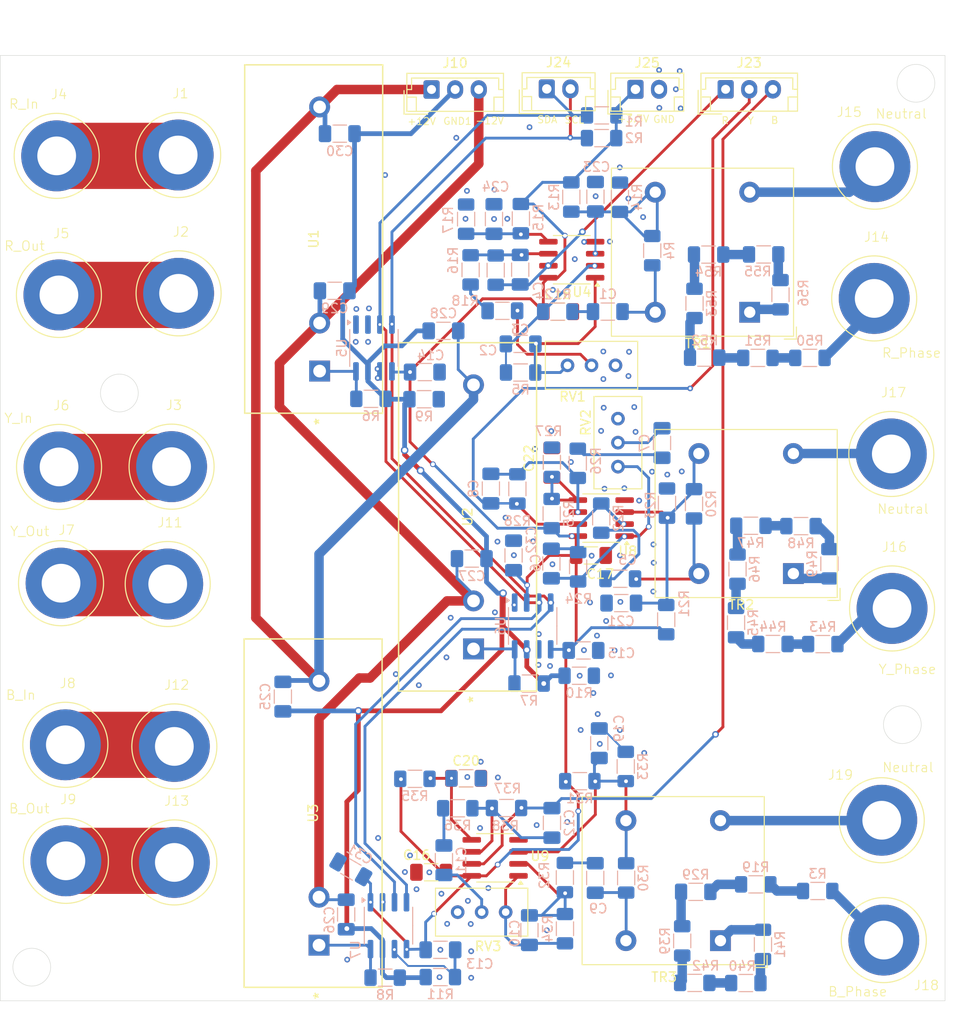
<source format=kicad_pcb>
(kicad_pcb (version 20240108) (generator "pcbnew") (generator_version "8.0")
  (layers (0 "F.Cu" signal) (31 "B.Cu" signal) (34 "B.Paste" user) (35 "F.Paste" user) (36 "B.SilkS" user "B.Silkscreen") (37 "F.SilkS" user "F.Silkscreen") (38 "B.Mask" user) (39 "F.Mask" user) (44 "Edge.Cuts" user))
  (net 0 "")
  (net 1 "Net-(J11-Pin_1)")
  (net 2 "Net-(C1-Pad1)")
  (net 3 "Net-(C9-Pad2)")
  (net 4 "Net-(U4A-+)")
  (net 5 "Net-(C5-Pad1)")
  (net 6 "Net-(R19-Pad2)")
  (net 7 "Net-(U8A-+)")
  (net 8 "Net-(J12-Pin_1)")
  (net 9 "Net-(C9-Pad1)")
  (net 10 "Net-(U9A-+)")
  (net 11 "Net-(R29-Pad2)")
  (net 12 "Net-(J13-Pin_1)")
  (net 13 "+12V")
  (net 14 "-12V")
  (net 15 "Phase_R")
  (net 16 "Phase_Y")
  (net 17 "Phase_B")
  (net 18 "+3.3V")
  (net 19 "GND")
  (net 20 "GND1")
  (net 21 "SDA")
  (net 22 "SCL")
  (net 23 "Net-(J2-Pin_1)")
  (net 24 "Net-(C1-Pad2)")
  (net 25 "Net-(J3-Pin_1)")
  (net 26 "Net-(J17-Pin_1)")
  (net 27 "volt_B")
  (net 28 "volt_Y")
  (net 29 "volt_R")
  (net 30 "Net-(J1-Pin_1)")
  (net 31 "Net-(J19-Pin_1)")
  (net 32 "Net-(U9A--)")
  (net 33 "Net-(C10-Pad2)")
  (net 34 "Net-(C11-Pad2)")
  (net 35 "Net-(C11-Pad1)")
  (net 36 "Net-(U9B--)")
  (net 37 "Net-(R19-Pad1)")
  (net 38 "Net-(J18-Pin_1)")
  (net 39 "Net-(U9B-+)")
  (net 40 "Net-(R39-Pad2)")
  (net 41 "Net-(R40-Pad2)")
  (net 42 "Net-(R40-Pad1)")
  (net 43 "Net-(R41-Pad2)")
  (net 44 "Net-(C3-Pad1)")
  (net 45 "Net-(C5-Pad2)")
  (net 46 "Net-(U8A--)")
  (net 47 "Net-(C6-Pad2)")
  (net 48 "Net-(C7-Pad2)")
  (net 49 "Net-(C7-Pad1)")
  (net 50 "Net-(U8B--)")
  (net 51 "Net-(U8B-+)")
  (net 52 "Net-(J16-Pin_1)")
  (net 53 "Net-(R43-Pad2)")
  (net 54 "Net-(R44-Pad2)")
  (net 55 "Net-(R45-Pad2)")
  (net 56 "Net-(R46-Pad2)")
  (net 57 "Net-(R47-Pad2)")
  (net 58 "Net-(R48-Pad2)")
  (net 59 "Net-(R49-Pad2)")
  (net 60 "Net-(C3-Pad2)")
  (net 61 "Net-(U4B--)")
  (net 62 "Net-(U4B-+)")
  (net 63 "Net-(J14-Pin_1)")
  (net 64 "Net-(U4A--)")
  (net 65 "Net-(R50-Pad2)")
  (net 66 "Net-(R51-Pad2)")
  (net 67 "Net-(R52-Pad2)")
  (net 68 "Net-(R53-Pad2)")
  (net 69 "Net-(R54-Pad2)")
  (net 70 "Net-(R55-Pad2)")
  (net 71 "Net-(R56-Pad2)")
  (net 72 "Net-(C2-Pad2)")
  (net 73 "Net-(J15-Pin_1)")
  (footprint "Sid_Custom:Banana_Jack_4mm" (layer "F.Cu") (at 309.714909 230.533034)
    (property "Reference" "J9")
    (property "Value" "CurrentB_Out")
  )
  (footprint "Capacitor_SMD:C_1206_3216Metric_Pad1.33x1.80mm_HandSolder" (layer "F.Cu") (at 352.329075 214.806972)
    (property "Reference" "C20")
    (property "Value" "1u")
  )
  (footprint "Transformer_THT:Transformer_Zeming_ZMPT101K" (layer "F.Cu") (at 386.964981 193.144824 180)
    (property "Reference" "TR2")
    (property "Value" "ZMPT101K")
  )
  (footprint "Sid_Custom:Banana_Jack_4mm" (layer "F.Cu") (at 397.079097 187.491844)
    (property "Reference" "J17")
    (property "Value" "Conn_01x01_Pin")
  )
  (footprint "Package_SO:SOIC-8_3.9x4.9mm_P1.27mm" (layer "F.Cu") (at 366.628957 187.277205 180)
    (property "Reference" "U8")
    (property "Value" "LM358")
  )
  (footprint "Sid_Custom:Banana_Jack_4mm" (layer "F.Cu") (at 395.269871 171.037751)
    (property "Reference" "J14")
    (property "Value" "Conn_01x01_Pin")
  )
  (footprint "Transformer_THT:Transformer_Zeming_ZMPT101K" (layer "F.Cu") (at 379.243707 231.978675 180)
    (property "Reference" "TR3")
    (property "Value" "ZMPT101K")
  )
  (footprint "Sid_Custom:Banana_Jack_4mm" (layer "F.Cu") (at 395.346377 157.097738)
    (property "Reference" "J15")
    (property "Value" "Conn_01x01_Pin")
  )
  (footprint "LEM55P:LA 55-P_LEM" (layer "F.Cu") (at 336.756844 232.458 90)
    (property "Reference" "U3")
    (property "Value" "LA 55-P")
  )
  (footprint "Sid_Custom:Banana_Jack_4mm" (layer "F.Cu") (at 320.901956 188.835216)
    (property "Reference" "J3")
    (property "Value" "Conn_01x01_Pin")
  )
  (footprint "Sid_Custom:Banana_Jack_4mm" (layer "F.Cu") (at 396.066972 226.239644)
    (property "Reference" "J19")
    (property "Value" "Conn_01x01_Pin")
  )
  (footprint "Sid_Custom:Banana_Jack_4mm" (layer "F.Cu") (at 309.658355 218.260861)
    (property "Reference" "J8")
    (property "Value" "CurrentB_In")
  )
  (footprint "Package_SO:SOIC-8_3.9x4.9mm_P1.27mm" (layer "F.Cu") (at 355.395996 223.218233 180)
    (property "Reference" "U9")
    (property "Value" "LM358")
  )
  (footprint "Transformer_THT:Transformer_Zeming_ZMPT101K" (layer "F.Cu") (at 382.343364 165.497716 180)
    (property "Reference" "TR1")
    (property "Value" "ZMPT101K")
  )
  (footprint "LEM55P:LA 55-P_LEM" (layer "F.Cu") (at 336.820265 171.723001 90)
    (property "Reference" "U1")
    (property "Value" "LA 55-P")
  )
  (footprint "Sid_Custom:Banana_Jack_4mm" (layer "F.Cu") (at 308.976175 170.66731)
    (property "Reference" "J5")
    (property "Value" "CurrentR_Out")
  )
  (footprint "Capacitor_SMD:C_1206_3216Metric_Pad1.33x1.80mm_HandSolder" (layer "F.Cu") (at 362.059938 165.435813)
    (property "Reference" "C18")
    (property "Value" "0.1uF")
  )
  (footprint "Sid_Custom:Banana_Jack_4mm" (layer "F.Cu") (at 396.284967 238.917691)
    (property "Reference" "J18")
    (property "Value" "Conn_01x01_Pin")
  )
  (footprint "Sid_Custom:Banana_Jack_4mm" (layer "F.Cu") (at 321.195329 218.430522)
    (property "Reference" "J12")
    (property "Value" "Conn_01x01_Pin")
  )
  (footprint "Sid_Custom:Banana_Jack_4mm" (layer "F.Cu") (at 320.493327 201.252777)
    (property "Reference" "J11")
    (property "Value" "Conn_01x01_Pin")
  )
  (footprint "Potentiometer_THT:Potentiometer_Bourns_3296W_Vertical" (layer "F.Cu") (at 368.398701 181.835055 -90)
    (property "Reference" "RV2")
    (property "Value" "100k")
  )
  (footprint "Package_SO:SOIC-8_3.9x4.9mm_P1.27mm" (layer "F.Cu") (at 363.510576 159.943538 180)
    (property "Reference" "U4")
    (property "Value" "LM358")
  )
  (footprint "Potentiometer_THT:Potentiometer_Bourns_3296W_Vertical" (layer "F.Cu") (at 356.511747 228.958896)
    (property "Reference" "RV3")
    (property "Value" "100k")
  )
  (footprint "Sid_Custom:Banana_Jack_4mm" (layer "F.Cu") (at 308.740534 155.955941)
    (property "Reference" "J4")
    (property "Value" "CurrentR_In")
  )
  (footprint "Connector_JST:JST_EH_B2B-EH-A_1x02_P2.50mm_Vertical" (layer "F.Cu") (at 370.249073 141.918837)
    (property "Reference" "J25")
    (property "Value" "Conn_01x02_Pin")
  )
  (footprint "Sid_Custom:Banana_Jack_4mm" (layer "F.Cu") (at 308.990313 188.863493)
    (property "Reference" "J6")
    (property "Value" "CurrentY_In")
  )
  (footprint "Sid_Custom:Banana_Jack_4mm" (layer "F.Cu") (at 321.195329 230.702695)
    (property "Reference" "J13")
    (property "Value" "Conn_01x01_Pin")
  )
  (footprint "Sid_Custom:Banana_Jack_4mm" (layer "F.Cu") (at 321.644224 170.497649)
    (property "Reference" "J2")
    (property "Value" "Conn_01x01_Pin")
  )
  (footprint "Capacitor_SMD:C_1206_3216Metric_Pad1.33x1.80mm_HandSolder" (layer "F.Cu") (at 361.400019 181.414007 90)
    (property "Reference" "C22")
    (property "Value" "C")
  )
  (footprint "Sid_Custom:Banana_Jack_4mm" (layer "F.Cu") (at 397.159014 203.834881)
    (property "Reference" "J16")
    (property "Value" "Conn_01x01_Pin")
  )
  (footprint "Connector_JST:JST_EH_B3B-EH-A_1x03_P2.50mm_Vertical" (layer "F.Cu") (at 348.665619 141.935429)
    (property "Reference" "J10")
    (property "Value" "Conn_01x03_Pin")
  )
  (footprint "Sid_Custom:Banana_Jack_4mm" (layer "F.Cu") (at 309.20239 201.163943)
    (property "Reference" "J7")
    (property "Value" "CurrentY_Out")
  )
  (footprint "Connector_JST:JST_EH_B3B-EH-A_1x03_P2.50mm_Vertical" (layer "F.Cu") (at 379.79309 141.91542)
    (property "Reference" "J23")
    (property "Value" "Conn_01x03_Pin")
  )
  (footprint "Potentiometer_THT:Potentiometer_Bourns_3296W_Vertical" (layer "F.Cu") (at 363.058371 171.116107 180)
    (property "Reference" "RV1")
    (property "Value" "100k")
  )
  (footprint "Capacitor_SMD:C_1206_3216Metric_Pad1.33x1.80mm_HandSolder" (layer "F.Cu") (at 348.627356 224.74242 180)
    (property "Reference" "C16")
    (property "Value" "0.1uF")
  )
  (footprint "Connector_JST:JST_EH_B2B-EH-A_1x02_P2.50mm_Vertical" (layer "F.Cu") (at 360.864307 141.872224)
    (property "Reference" "J24")
    (property "Value" "Conn_01x02_Pin")
  )
  (footprint "Capacitor_SMD:C_1206_3216Metric_Pad1.33x1.80mm_HandSolder" (layer "F.Cu") (at 365.538104 191.228685)
    (property "Reference" "C17")
    (property "Value" "0.1uF")
  )
  (footprint "Sid_Custom:Banana_Jack_4mm" (layer "F.Cu") (at 321.600238 155.865612)
    (property "Reference" "J1")
    (property "Value" "Conn_01x01_Pin")
  )
  (footprint "LEM55P:LA 55-P_LEM" (layer "F.Cu") (at 353.107757 201.116835 90)
    (property "Reference" "U2")
    (property "Value" "LA 55-P")
  )
  (footprint "Resistor_SMD:R_1206_3216Metric_Pad1.30x1.75mm_HandSolder" (layer "B.Cu") (at 366.665849 147.079324 180)
    (property "Reference" "R2")
    (property "Value" "3.3k")
  )
  (footprint "Resistor_SMD:R_1206_3216Metric_Pad1.30x1.75mm_HandSolder" (layer "B.Cu") (at 388.715627 170.328745 180)
    (property "Reference" "R50")
    (property "Value" "120k")
  )
  (footprint "Resistor_SMD:R_1206_3216Metric_Pad1.30x1.75mm_HandSolder" (layer "B.Cu") (at 369.221384 213.552658 90)
    (property "Reference" "R33")
    (property "Value" "10k")
  )
  (footprint "Resistor_SMD:R_1206_3216Metric_Pad1.30x1.75mm_HandSolder" (layer "B.Cu") (at 347.878096 174.700077)
    (property "Reference" "R9")
    (property "Value" "0")
  )
  (footprint "Resistor_SMD:R_1206_3216Metric_Pad1.30x1.75mm_HandSolder" (layer "B.Cu") (at 362.787367 230.714524 -90)
    (property "Reference" "R34")
    (property "Value" "100k")
  )
  (footprint "Resistor_SMD:R_1206_3216Metric_Pad1.30x1.75mm_HandSolder" (layer "B.Cu") (at 357.753437 184.187275 -90)
    (property "Reference" "R28")
    (property "Value" "100k")
  )
  (footprint "Capacitor_SMD:C_1206_3216Metric_Pad1.33x1.80mm_HandSolder" (layer "B.Cu") (at 358.095757 168.846135)
    (property "Reference" "C2")
    (property "Value" "100p")
  )
  (footprint "Capacitor_SMD:C_1206_3216Metric_Pad1.33x1.80mm_HandSolder" (layer "B.Cu") (at 349.977372 223.470406 90)
    (property "Reference" "C11")
    (property "Value" "1u")
  )
  (footprint "Resistor_SMD:R_1206_3216Metric_Pad1.30x1.75mm_HandSolder" (layer "B.Cu") (at 364.181948 192.432986 -90)
    (property "Reference" "R24")
    (property "Value" "100k")
  )
  (footprint "Package_SO:SOIC-8_3.9x4.9mm_P1.27mm" (layer "B.Cu") (at 359.370475 198.686775 -90)
    (property "Reference" "U6")
    (property "Value" "INA219AxD")
  )
  (footprint "Resistor_SMD:R_1206_3216Metric_Pad1.30x1.75mm_HandSolder" (layer "B.Cu") (at 351.439502 217.971945)
    (property "Reference" "R36")
    (property "Value" "10k")
  )
  (footprint "Resistor_SMD:R_1206_3216Metric_Pad1.30x1.75mm_HandSolder" (layer "B.Cu") (at 383.81788 159.384504)
    (property "Reference" "R55")
    (property "Value" "120k")
  )
  (footprint "Capacitor_SMD:C_1206_3216Metric_Pad1.33x1.80mm_HandSolder" (layer "B.Cu") (at 361.349894 192.082113 -90)
    (property "Reference" "C6")
    (property "Value" "100p")
  )
  (footprint "Capacitor_SMD:C_1206_3216Metric_Pad1.33x1.80mm_HandSolder" (layer "B.Cu") (at 355.275536 155.637469 90)
    (property "Reference" "C24")
    (property "Value" "C")
  )
  (footprint "Resistor_SMD:R_1206_3216Metric_Pad1.30x1.75mm_HandSolder" (layer "B.Cu") (at 358.121791 155.597558 -90)
    (property "Reference" "R15")
    (property "Value" "10k")
  )
  (footprint "Resistor_SMD:R_1206_3216Metric_Pad1.30x1.75mm_HandSolder" (layer "B.Cu") (at 352.325635 155.648258 90)
    (property "Reference" "R17")
    (property "Value" "10k")
  )
  (footprint "Resistor_SMD:R_1206_3216Metric_Pad1.30x1.75mm_HandSolder" (layer "B.Cu") (at 364.296346 203.952817)
    (property "Reference" "R10")
    (property "Value" "0")
  )
  (footprint "Capacitor_SMD:C_1206_3216Metric_Pad1.33x1.80mm_HandSolder" (layer "B.Cu") (at 349.608617 232.948703)
    (property "Reference" "C13")
    (property "Value" "0.1uF")
  )
  (footprint "Resistor_SMD:R_1206_3216Metric_Pad1.30x1.75mm_HandSolder" (layer "B.Cu") (at 381.050692 192.676438 90)
    (property "Reference" "R46")
    (property "Value" "120k")
  )
  (footprint "Resistor_SMD:R_1206_3216Metric_Pad1.30x1.75mm_HandSolder" (layer "B.Cu") (at 361.400019 181.364007 90)
    (property "Reference" "R27")
    (property "Value" "10k")
  )
  (footprint "Capacitor_SMD:C_1206_3216Metric_Pad1.33x1.80mm_HandSolder" (layer "B.Cu") (at 365.992473 225.347936 90)
    (property "Reference" "C9")
    (property "Value" "1u")
  )
  (footprint "Capacitor_SMD:C_1206_3216Metric_Pad1.33x1.80mm_HandSolder" (layer "B.Cu") (at 339.630989 229.209441 -90)
    (property "Reference" "C26")
    (property "Value" "0.1uF")
  )
  (footprint "Resistor_SMD:R_1206_3216Metric_Pad1.30x1.75mm_HandSolder" (layer "B.Cu") (at 361.381222 186.797074 90)
    (property "Reference" "R25")
    (property "Value" "10k")
  )
  (footprint "Resistor_SMD:R_1206_3216Metric_Pad1.30x1.75mm_HandSolder" (layer "B.Cu") (at 384.799481 200.5948 180)
    (property "Reference" "R44")
    (property "Value" "120k")
  )
  (footprint "Capacitor_SMD:C_1206_3216Metric_Pad1.33x1.80mm_HandSolder" (layer "B.Cu") (at 357.347527 191.227764 -90)
    (property "Reference" "C32")
    (property "Value" "0.1uF")
  )
  (footprint "Capacitor_SMD:C_1206_3216Metric_Pad1.33x1.80mm_HandSolder" (layer "B.Cu") (at 359.027698 230.867356 -90)
    (property "Reference" "C10")
    (property "Value" "100p")
  )
  (footprint "Resistor_SMD:R_1206_3216Metric_Pad1.30x1.75mm_HandSolder" (layer "B.Cu") (at 362.778633 225.302086 -90)
    (property "Reference" "R32")
    (property "Value" "10k")
  )
  (footprint "Package_SO:SOIC-8_3.9x4.9mm_P1.27mm" (layer "B.Cu") (at 344.110191 230.393878 -90)
    (property "Reference" "U7")
    (property "Value" "INA219AxD")
  )
  (footprint "Resistor_SMD:R_1206_3216Metric_Pad1.30x1.75mm_HandSolder" (layer "B.Cu") (at 355.455696 161.042748 -90)
    (property "Reference" "R18")
    (property "Value" "100k")
  )
  (footprint "Resistor_SMD:R_1206_3216Metric_Pad1.30x1.75mm_HandSolder" (layer "B.Cu") (at 376.627443 226.814051 180)
    (property "Reference" "R29")
    (property "Value" "120k")
  )
  (footprint "Resistor_SMD:R_1206_3216Metric_Pad1.30x1.75mm_HandSolder" (layer "B.Cu") (at 373.587493 185.691456 90)
    (property "Reference" "R23")
    (property "Value" "10k")
  )
  (footprint "Resistor_SMD:R_1206_3216Metric_Pad1.30x1.75mm_HandSolder" (layer "B.Cu") (at 376.447394 185.763858 90)
    (property "Reference" "R20")
    (property "Value" "100")
  )
  (footprint "Resistor_SMD:R_1206_3216Metric_Pad1.30x1.75mm_HandSolder" (layer "B.Cu") (at 377.99205 159.398672)
    (property "Reference" "R54")
    (property "Value" "120k")
  )
  (footprint "Resistor_SMD:R_1206_3216Metric_Pad1.30x1.75mm_HandSolder" (layer "B.Cu") (at 373.505262 198.021017 90)
    (property "Reference" "R21")
    (property "Value" "10k")
  )
  (footprint "Resistor_SMD:R_1206_3216Metric_Pad1.30x1.75mm_HandSolder" (layer "B.Cu") (at 366.628957 187.277205 90)
    (property "Reference" "R22")
    (property "Value" "10k")
  )
  (footprint "Capacitor_SMD:C_1206_3216Metric_Pad1.33x1.80mm_HandSolder" (layer "B.Cu") (at 364.748617 201.275707)
    (property "Reference" "C15")
    (property "Value" "0.1uF")
  )
  (footprint "Resistor_SMD:R_1206_3216Metric_Pad1.30x1.75mm_HandSolder" (layer "B.Cu") (at 382.980768 226.024585 180)
    (property "Reference" "R19")
    (property "Value" "120k")
  )
  (footprint "Resistor_SMD:R_1206_3216Metric_Pad1.30x1.75mm_HandSolder" (layer "B.Cu") (at 358.991422 204.778963)
    (property "Reference" "R7")
    (property "Value" "33")
  )
  (footprint "Resistor_SMD:R_1206_3216Metric_Pad1.30x1.75mm_HandSolder" (layer "B.Cu") (at 369.265262 225.341629 90)
    (property "Reference" "R30")
    (property "Value" "100")
  )
  (footprint "Capacitor_SMD:C_1206_3216Metric_Pad1.33x1.80mm_HandSolder" (layer "B.Cu") (at 347.953006 171.827263)
    (property "Reference" "C14")
    (property "Value" "0.1uF")
  )
  (footprint "Resistor_SMD:R_1206_3216Metric_Pad1.30x1.75mm_HandSolder" (layer "B.Cu") (at 346.905721 214.859372)
    (property "Reference" "R35")
    (property "Value" "10k")
  )
  (footprint "Capacitor_SMD:C_1206_3216Metric_Pad1.33x1.80mm_HandSolder" (layer "B.Cu") (at 368.749749 196.266754 180)
    (property "Reference" "C21")
    (property "Value" "C")
  )
  (footprint "Resistor_SMD:R_1206_3216Metric_Pad1.30x1.75mm_HandSolder" (layer "B.Cu") (at 368.606893 153.32927 90)
    (property "Reference" "R14")
    (property "Value" "10k")
  )
  (footprint "Resistor_SMD:R_1206_3216Metric_Pad1.30x1.75mm_HandSolder" (layer "B.Cu") (at 390.079341 200.606843 180)
    (property "Reference" "R43")
    (property "Value" "120k")
  )
  (footprint "Capacitor_SMD:C_1206_3216Metric_Pad1.33x1.80mm_HandSolder" (layer "B.Cu") (at 340.126488 224.435319 150)
    (property "Reference" "C31")
    (property "Value" "0.1uF")
  )
  (footprint "Resistor_SMD:R_1206_3216Metric_Pad1.30x1.75mm_HandSolder" (layer "B.Cu") (at 389.535941 226.724311 180)
    (property "Reference" "R3")
    (property "Value" "120k")
  )
  (footprint "Resistor_SMD:R_1206_3216Metric_Pad1.30x1.75mm_HandSolder" (layer "B.Cu") (at 387.773245 188.123324)
    (property "Reference" "R48")
    (property "Value" "120k")
  )
  (footprint "Resistor_SMD:R_1206_3216Metric_Pad1.30x1.75mm_HandSolder" (layer "B.Cu") (at 352.329075 214.806972)
    (property "Reference" "R37")
    (property "Value" "10k")
  )
  (footprint "Resistor_SMD:R_1206_3216Metric_Pad1.30x1.75mm_HandSolder" (layer "B.Cu") (at 343.75844 235.892305)
    (property "Reference" "R8")
    (property "Value" "33")
  )
  (footprint "Capacitor_SMD:C_1206_3216Metric_Pad1.33x1.80mm_HandSolder" (layer "B.Cu") (at 367.319659 165.432332 180)
    (property "Reference" "C1")
    (property "Value" "1u")
  )
  (footprint "Resistor_SMD:R_1206_3216Metric_Pad1.30x1.75mm_HandSolder" (layer "B.Cu") (at 372.025209 158.982494 90)
    (property "Reference" "R4")
    (property "Value" "100")
  )
  (footprint "Capacitor_SMD:C_1206_3216Metric_Pad1.33x1.80mm_HandSolder" (layer "B.Cu") (at 361.410665 219.52175 90)
    (property "Reference" "C12")
    (property "Value" "100p")
  )
  (footprint "Capacitor_SMD:C_1206_3216Metric_Pad1.33x1.80mm_HandSolder" (layer "B.Cu") (at 366.012778 153.280349 90)
    (property "Reference" "C23")
    (property "Value" "C")
  )
  (footprint "Capacitor_SMD:C_1206_3216Metric_Pad1.33x1.80mm_HandSolder" (layer "B.Cu") (at 366.421097 211.094335 90)
    (property "Reference" "C19")
    (property "Value" "1u")
  )
  (footprint "Resistor_SMD:R_1206_3216Metric_Pad1.30x1.75mm_HandSolder" (layer "B.Cu") (at 390.780735 192.108249 -90)
    (property "Reference" "R49")
    (property "Value" "120k")
  )
  (footprint "Package_SO:SOIC-8_3.9x4.9mm_P1.27mm" (layer "B.Cu") (at 342.570308 169.279575 -90)
    (property "Reference" "U5")
    (property "Value" "INA219AxD")
  )
  (footprint "Capacitor_SMD:C_1206_3216Metric_Pad1.33x1.80mm_HandSolder" (layer "B.Cu") (at 368.64306 193.694462 180)
    (property "Reference" "C5")
    (property "Value" "1u")
  )
  (footprint "Capacitor_SMD:C_1206_3216Metric_Pad1.33x1.80mm_HandSolder" (layer "B.Cu") (at 354.948534 184.154381 -90)
    (property "Reference" "C8")
    (property "Value" "100p")
  )
  (footprint "Resistor_SMD:R_1206_3216Metric_Pad1.30x1.75mm_HandSolder" (layer "B.Cu") (at 364.35805 215.10827)
    (property "Reference" "R31")
    (property "Value" "10k")
  )
  (footprint "Resistor_SMD:R_1206_3216Metric_Pad1.30x1.75mm_HandSolder" (layer "B.Cu") (at 383.743707 232.378675 90)
    (property "Reference" "R41")
    (property "Value" "120k")
  )
  (footprint "Resistor_SMD:R_1206_3216Metric_Pad1.30x1.75mm_HandSolder" (layer "B.Cu") (at 376.500184 164.5653 90)
    (property "Reference" "R53")
    (property "Value" "120k")
  )
  (footprint "Resistor_SMD:R_1206_3216Metric_Pad1.30x1.75mm_HandSolder" (layer "B.Cu") (at 385.599074 163.646521 -90)
    (property "Reference" "R56")
    (property "Value" "120k")
  )
  (footprint "Resistor_SMD:R_1206_3216Metric_Pad1.30x1.75mm_HandSolder" (layer "B.Cu") (at 342.253822 174.659839)
    (property "Reference" "R6")
    (property "Value" "33")
  )
  (footprint "Capacitor_SMD:C_1206_3216Metric_Pad1.33x1.80mm_HandSolder" (layer "B.Cu") (at 338.952569 146.606847)
    (property "Reference" "C30")
    (property "Value" "0.1uF")
  )
  (footprint "Resistor_SMD:R_1206_3216Metric_Pad1.30x1.75mm_HandSolder" (layer "B.Cu") (at 366.676988 144.673331 180)
    (property "Reference" "R1")
    (property "Value" "3.3k")
  )
  (footprint "Resistor_SMD:R_1206_3216Metric_Pad1.30x1.75mm_HandSolder" (layer "B.Cu") (at 352.800785 161.016395 90)
    (property "Reference" "R16")
    (property "Value" "10k")
  )
  (footprint "Resistor_SMD:R_1206_3216Metric_Pad1.30x1.75mm_HandSolder" (layer "B.Cu") (at 358.093595 171.874283)
    (property "Reference" "R5")
    (property "Value" "100k")
  )
  (footprint "Capacitor_SMD:C_1206_3216Metric_Pad1.33x1.80mm_HandSolder" (layer "B.Cu") (at 352.92234 191.558851)
    (property "Reference" "C27")
    (property "Value" "0.1uF")
  )
  (footprint "Resistor_SMD:R_1206_3216Metric_Pad1.30x1.75mm_HandSolder" (layer "B.Cu") (at 356.600094 217.946852)
    (property "Reference" "R38")
    (property "Value" "100k")
  )
  (footprint "Resistor_SMD:R_1206_3216Metric_Pad1.30x1.75mm_HandSolder" (layer "B.Cu") (at 362.022438 165.435813 180)
    (property "Reference" "R12")
    (property "Value" "10k")
  )
  (footprint "Capacitor_SMD:C_1206_3216Metric_Pad1.33x1.80mm_HandSolder" (layer "B.Cu") (at 373.060312 179.332649 -90)
    (property "Reference" "C7")
    (property "Value" "1u")
  )
  (footprint "Capacitor_SMD:C_1206_3216Metric_Pad1.33x1.80mm_HandSolder" (layer "B.Cu") (at 332.930287 206.160104 -90)
    (property "Reference" "C25")
    (property "Value" "0.1uF")
  )
  (footprint "Capacitor_SMD:C_1206_3216Metric_Pad1.33x1.80mm_HandSolder" (layer "B.Cu") (at 358.053016 160.995051 -90)
    (property "Reference" "C4")
    (property "Value" "100p")
  )
  (footprint "Resistor_SMD:R_1206_3216Metric_Pad1.30x1.75mm_HandSolder" (layer "B.Cu") (at 381.930693 236.462765)
    (property "Reference" "R40")
    (property "Value" "120k")
  )
  (footprint "Resistor_SMD:R_1206_3216Metric_Pad1.30x1.75mm_HandSolder" (layer "B.Cu") (at 375.198885 232.001973 -90)
    (property "Reference" "R39")
    (property "Value" "120k")
  )
  (footprint "Capacitor_SMD:C_1206_3216Metric_Pad1.33x1.80mm_HandSolder" (layer "B.Cu") (at 356.164812 165.349699 180)
    (property "Reference" "C3")
    (property "Value" "1u")
  )
  (footprint "Resistor_SMD:R_1206_3216Metric_Pad1.30x1.75mm_HandSolder" (layer "B.Cu") (at 376.523167 236.450391)
    (property "Reference" "R42")
    (property "Value" "120k")
  )
  (footprint "Resistor_SMD:R_1206_3216Metric_Pad1.30x1.75mm_HandSolder" (layer "B.Cu") (at 364.144355 181.480533 -90)
    (property "Reference" "R26")
    (property "Value" "10k")
  )
  (footprint "Resistor_SMD:R_1206_3216Metric_Pad1.30x1.75mm_HandSolder" (layer "B.Cu") (at 380.89768 198.337875 90)
    (property "Reference" "R45")
    (property "Value" "120k")
  )
  (footprint "Resistor_SMD:R_1206_3216Metric_Pad1.30x1.75mm_HandSolder" (layer "B.Cu") (at 363.460742 153.308692 -90)
    (property "Reference" "R13")
    (property "Value" "10k")
  )
  (footprint "Capacitor_SMD:C_1206_3216Metric_Pad1.33x1.80mm_HandSolder" (layer "B.Cu") (at 349.928345 167.469748 180)
    (property "Reference" "C28")
    (property "Value" "0.1uF")
  )
  (footprint "Capacitor_SMD:C_1206_3216Metric_Pad1.33x1.80mm_HandSolder" (layer "B.Cu") (at 338.414496 163.232632)
    (property "Reference" "C29")
    (property "Value" "0.1uF")
  )
  (footprint "Resistor_SMD:R_1206_3216Metric_Pad1.30x1.75mm_HandSolder" (layer "B.Cu") (at 377.571267 170.303243 180)
    (property "Reference" "R52")
    (property "Value" "120k")
  )
  (footprint "Resistor_SMD:R_1206_3216Metric_Pad1.30x1.75mm_HandSolder" (layer "B.Cu") (at 349.599361 235.832137)
    (property "Reference" "R11")
    (property "Value" "0")
  )
  (footprint "Resistor_SMD:R_1206_3216Metric_Pad1.30x1.75mm_HandSolder" (layer "B.Cu") (at 383.207202 170.328745 180)
    (property "Reference" "R51")
    (property "Value" "120k")
  )
  (footprint "Resistor_SMD:R_1206_3216Metric_Pad1.30x1.75mm_HandSolder" (layer "B.Cu") (at 382.466051 188.086084)
    (property "Reference" "R47")
    (property "Value" "120k")
  )
  (gr_circle (center 399.93528 141.277312) (end 401.93528 141.277312) (stroke (width 0.05)) (fill none) (layer "Edge.Cuts"))
  (gr_circle (center 398.498847 209.126888) (end 400.498847 209.126888) (stroke (width 0.05)) (fill none) (layer "Edge.Cuts"))
  (gr_rect (start 303.016493 138.338848) (end 403.016493 238.338848) (stroke (width 0.05)) (fill none) (layer "Edge.Cuts"))
  (gr_circle (center 306.354487 234.780261) (end 308.354487 234.780261) (stroke (width 0.05)) (fill none) (layer "Edge.Cuts"))
  (gr_circle (center 315.624865 174.043303) (end 317.624865 174.043303) (stroke (width 0.05)) (fill none) (layer "Edge.Cuts"))
  (gr_text "+12V\n" (at 346.059516 145.749843 0) (layer "F.SilkS") (effects (font (size 0.75 0.75) (thickness 0.1)) (justify left bottom)))
  (gr_text "Neutral" (at 395.783404 186.897645 0) (layer "F.SilkS") (effects (font (size 1 1) (thickness 0.1)) (justify left bottom)))
  (gr_text "Y_Out\n" (at 304.000874 189.259657 0) (layer "F.SilkS") (effects (font (size 1 1) (thickness 0.1)) (justify left bottom)))
  (gr_text "Neutral" (at 395.596377 145.097738 0) (layer "F.SilkS") (effects (font (size 1 1) (thickness 0.1)) (justify left bottom)))
  (gr_text "-12V\n" (at 353.25797 145.678805 0) (layer "F.SilkS") (effects (font (size 0.75 0.75) (thickness 0.1)) (justify left bottom)))
  (gr_text "Y_In" (at 303.385059 177.292752 0) (layer "F.SilkS") (effects (font (size 1 1) (thickness 0.1)) (justify left bottom)))
  (gr_text "Y_Phase" (at 395.918819 203.85412 0) (layer "F.SilkS") (effects (font (size 1 1) (thickness 0.1)) (justify left bottom)))
  (gr_text "+3.3V\n" (at 368.276988 145.473331 0) (layer "F.SilkS") (effects (font (size 0.75 0.75) (thickness 0.1)) (justify left bottom)))
  (gr_text "SCL" (at 362.682262 145.584089 0) (layer "F.SilkS") (effects (font (size 0.75 0.75) (thickness 0.1)) (justify left bottom)))
  (gr_text "B_Phase" (at 390.588795 237.958721 0) (layer "F.SilkS") (effects (font (size 1 1) (thickness 0.1)) (justify left bottom)))
  (gr_text "Neutral" (at 396.316972 214.239644 0) (layer "F.SilkS") (effects (font (size 1 1) (thickness 0.1)) (justify left bottom)))
  (gr_text "SDA" (at 359.793409 145.56041 0) (layer "F.SilkS") (effects (font (size 0.75 0.75) (thickness 0.1)) (justify left bottom)))
  (gr_text "Y\n" (at 382.062312 145.673543 0) (layer "F.SilkS") (effects (font (size 0.75 0.75) (thickness 0.1)) (justify left bottom)))
  (gr_text "R_Out" (at 303.385059 159.073402 0) (layer "F.SilkS") (effects (font (size 1 1) (thickness 0.1)) (justify left bottom)))
  (gr_text "B_Out\n" (at 303.878775 218.587329 0) (layer "F.SilkS") (effects (font (size 1 1) (thickness 0.1)) (justify left bottom)))
  (gr_text "B_In\n" (at 303.557187 206.581353 0) (layer "F.SilkS") (effects (font (size 1 1) (thickness 0.1)) (justify left bottom)))
  (gr_text "R_Phase" (at 396.288694 170.389911 0) (layer "F.SilkS") (effects (font (size 1 1) (thickness 0.1)) (justify left bottom)))
  (gr_text "GND\n" (at 372.06972 145.531468 0) (layer "F.SilkS") (effects (font (size 0.75 0.75) (thickness 0.1)) (justify left bottom)))
  (gr_text "R_In" (at 303.88559 144.057455 0) (layer "F.SilkS") (effects (font (size 1 1) (thickness 0.1)) (justify left bottom)))
  (gr_text "GND1\n" (at 349.848176 145.726163 0) (layer "F.SilkS") (effects (font (size 0.75 0.75) (thickness 0.1)) (justify left bottom)))
  (gr_text "B\n" (at 384.540727 145.626185 0) (layer "F.SilkS") (effects (font (size 0.75 0.75) (thickness 0.1)) (justify left bottom)))
  (gr_text "R\n" (at 379.299747 145.657757 0) (layer "F.SilkS") (effects (font (size 0.75 0.75) (thickness 0.1)) (justify left bottom)))
  (segment (start 309.45239 194.163943) (end 320.654493 194.163943) (width 7) (layer "F.Cu") (net 1))
  (segment (start 320.654493 194.163943) (end 320.743327 194.252777) (width 0.254) (layer "F.Cu") (net 1))
  (segment (start 368.947543 165.497716) (end 368.882159 165.432332) (width 0.3) (layer "B.Cu") (net 2))
  (segment (start 372.343364 165.497716) (end 368.947543 165.497716) (width 0.3) (layer "B.Cu") (net 2))
  (segment (start 372.343364 160.850649) (end 372.025209 160.532494) (width 0.3) (layer "B.Cu") (net 2))
  (segment (start 372.343364 165.497716) (end 372.343364 160.850649) (width 0.3) (layer "B.Cu") (net 2))
  (segment (start 365.959123 223.752086) (end 365.992473 223.785436) (width 0.3) (layer "B.Cu") (net 3))
  (segment (start 362.778633 223.752086) (end 365.959123 223.752086) (width 0.3) (layer "B.Cu") (net 3))
  (via (at 366.001041 159.276153) (size 0.6) (drill 0.3) (layers "F.Cu" "B.Cu") (net 4))
  (segment (start 371.800378 152.797716) (end 369.718824 154.87927) (width 0.3) (layer "B.Cu") (net 4))
  (segment (start 363.48132 154.87927) (end 363.460742 154.858692) (width 0.3) (layer "B.Cu") (net 4))
  (segment (start 368.606893 154.87927) (end 371.160117 157.432494) (width 0.3) (layer "B.Cu") (net 4))
  (segment (start 371.160117 157.432494) (end 372.025209 157.432494) (width 0.3) (layer "B.Cu") (net 4))
  (segment (start 369.718824 154.87927) (end 368.606893 154.87927) (width 0.3) (layer "B.Cu") (net 4))
  (segment (start 368.606893 154.87927) (end 363.48132 154.87927) (width 0.3) (layer "B.Cu") (net 4))
  (segment (start 372.554266 153.008618) (end 372.554266 156.903437) (width 0.3) (layer "B.Cu") (net 4))
  (segment (start 366.012778 154.842849) (end 366.012778 159.264416) (width 0.2) (layer "B.Cu") (net 4))
  (segment (start 372.343364 152.797716) (end 371.800378 152.797716) (width 0.3) (layer "B.Cu") (net 4))
  (segment (start 366.012778 159.264416) (end 366.001041 159.276153) (width 0.2) (layer "B.Cu") (net 4))
  (segment (start 372.554266 156.903437) (end 372.025209 157.432494) (width 0.3) (layer "B.Cu") (net 4))
  (segment (start 372.343364 152.797716) (end 372.554266 153.008618) (width 0.3) (layer "B.Cu") (net 4))
  (segment (start 370.334479 193.727348) (end 370.331847 193.72998) (width 0.3) (layer "F.Cu") (net 5))
  (segment (start 376.964981 193.144824) (end 376.382457 193.727348) (width 0.3) (layer "F.Cu") (net 5))
  (segment (start 376.382457 193.727348) (end 370.334479 193.727348) (width 0.3) (layer "F.Cu") (net 5))
  (via (at 370.331847 193.72998) (size 0.6) (drill 0.4) (layers "F.Cu" "B.Cu") (net 5))
  (segment (start 376.447394 192.627237) (end 376.964981 193.144824) (width 0.3) (layer "B.Cu") (net 5))
  (segment (start 376.447394 187.313858) (end 376.447394 192.627237) (width 0.3) (layer "B.Cu") (net 5))
  (segment (start 378.966909 226.024585) (end 378.177443 226.814051) (width 1) (layer "B.Cu") (net 6))
  (segment (start 381.430768 226.024585) (end 378.966909 226.024585) (width 1) (layer "B.Cu") (net 6))
  (segment (start 373.057754 186.642205) (end 373.657448 187.241899) (width 0.3) (layer "F.Cu") (net 7))
  (segment (start 369.103957 186.642205) (end 373.057754 186.642205) (width 0.3) (layer "F.Cu") (net 7))
  (via (at 373.657448 187.241899) (size 0.6) (drill 0.4) (layers "F.Cu" "B.Cu") (net 7))
  (segment (start 373.587493 187.615688) (end 373.661984 187.690179) (width 0.3) (layer "B.Cu") (net 7))
  (segment (start 373.587493 187.241456) (end 373.587493 196.388786) (width 0.3) (layer "B.Cu") (net 7))
  (segment (start 373.587493 196.388786) (end 373.505262 196.471017) (width 0.3) (layer "B.Cu") (net 7))
  (segment (start 370.312249 196.266754) (end 373.300999 196.266754) (width 0.3) (layer "B.Cu") (net 7))
  (segment (start 376.447394 180.962411) (end 376.964981 180.444824) (width 0.3) (layer "B.Cu") (net 7))
  (segment (start 376.447394 184.213858) (end 376.447394 184.381555) (width 0.3) (layer "B.Cu") (net 7))
  (segment (start 376.447394 184.381555) (end 373.587493 187.241456) (width 0.3) (layer "B.Cu") (net 7))
  (segment (start 373.300999 196.266754) (end 373.505262 196.471017) (width 0.3) (layer "B.Cu") (net 7))
  (segment (start 373.587493 187.241456) (end 373.587493 187.615688) (width 0.3) (layer "B.Cu") (net 7))
  (segment (start 376.447394 184.213858) (end 376.447394 180.962411) (width 0.3) (layer "B.Cu") (net 7))
  (segment (start 309.908355 211.260861) (end 321.275668 211.260861) (width 7) (layer "F.Cu") (net 8))
  (segment (start 321.275668 211.260861) (end 321.445329 211.430522) (width 0.254) (layer "F.Cu") (net 8))
  (segment (start 366.01128 226.891629) (end 365.992473 226.910436) (width 0.3) (layer "B.Cu") (net 9))
  (segment (start 369.265262 226.891629) (end 369.265262 231.95712) (width 0.3) (layer "B.Cu") (net 9))
  (segment (start 369.265262 226.891629) (end 366.01128 226.891629) (width 0.3) (layer "B.Cu") (net 9))
  (segment (start 369.265262 231.95712) (end 369.243707 231.978675) (width 0.3) (layer "B.Cu") (net 9))
  (segment (start 366.004415 218.645944) (end 366.004415 215.23615) (width 0.3) (layer "F.Cu") (net 10))
  (segment (start 362.067126 222.583233) (end 366.004415 218.645944) (width 0.3) (layer "F.Cu") (net 10))
  (segment (start 369.243707 215.122971) (end 369.249792 215.116886) (width 0.3) (layer "F.Cu") (net 10))
  (segment (start 357.870996 222.583233) (end 362.067126 222.583233) (width 0.3) (layer "F.Cu") (net 10))
  (segment (start 369.243707 219.278675) (end 369.243707 215.122971) (width 0.3) (layer "F.Cu") (net 10))
  (via (at 365.997504 215.131949) (size 0.6) (drill 0.4) (layers "F.Cu" "B.Cu") (net 10))
  (via (at 369.249792 215.116886) (size 0.6) (drill 0.4) (layers "F.Cu" "B.Cu") (net 10))
  (segment (start 365.968213 215.102658) (end 365.913662 215.102658) (width 0.3) (layer "B.Cu") (net 10))
  (segment (start 369.265262 219.30023) (end 369.243707 219.278675) (width 0.3) (layer "B.Cu") (net 10))
  (segment (start 366.026795 215.102658) (end 365.997504 215.131949) (width 0.3) (layer "B.Cu") (net 10))
  (segment (start 369.265262 223.791629) (end 369.265262 219.30023) (width 0.3) (layer "B.Cu") (net 10))
  (segment (start 365.913662 215.102658) (end 365.90805 215.10827) (width 0.3) (layer "B.Cu") (net 10))
  (segment (start 369.221384 215.102658) (end 366.026795 215.102658) (width 0.3) (layer "B.Cu") (net 10))
  (segment (start 365.90805 213.414974) (end 366.431976 212.891048) (width 0.3) (layer "B.Cu") (net 10))
  (segment (start 365.90805 215.10827) (end 365.90805 213.414974) (width 0.3) (layer "B.Cu") (net 10))
  (segment (start 365.997504 215.131949) (end 365.968213 215.102658) (width 0.3) (layer "B.Cu") (net 10))
  (segment (start 375.077443 226.814051) (end 375.077443 230.330531) (width 1) (layer "B.Cu") (net 11))
  (segment (start 375.077443 230.330531) (end 375.198885 230.451973) (width 1) (layer "B.Cu") (net 11))
  (segment (start 309.964909 223.533034) (end 321.275668 223.533034) (width 7) (layer "F.Cu") (net 12))
  (segment (start 321.275668 223.533034) (end 321.445329 223.702695) (width 0.254) (layer "F.Cu") (net 12))
  (segment (start 338.667837 141.935429) (end 336.820265 143.783001) (width 1) (layer "F.Cu") (net 13))
  (segment (start 348.665619 141.935429) (end 338.667837 141.935429) (width 1) (layer "F.Cu") (net 13))
  (segment (start 330.066483 197.827639) (end 336.756844 204.518) (width 1) (layer "F.Cu") (net 13))
  (segment (start 330.066483 150.536783) (end 330.066483 197.827639) (width 1) (layer "F.Cu") (net 13))
  (segment (start 336.820265 143.783001) (end 330.066483 150.536783) (width 1) (layer "F.Cu") (net 13))
  (segment (start 336.692375 204.453531) (end 336.756844 204.518) (width 0.3) (layer "B.Cu") (net 13))
  (segment (start 333.19487 204.453531) (end 336.692375 204.453531) (width 0.5) (layer "B.Cu") (net 13))
  (segment (start 351.490845 167.469748) (end 351.490845 171.559923) (width 0.3) (layer "B.Cu") (net 13))
  (segment (start 353.107757 174.739399) (end 336.756844 191.090312) (width 1) (layer "B.Cu") (net 13))
  (segment (start 351.490845 171.559923) (end 353.107757 173.176835) (width 0.3) (layer "B.Cu") (net 13))
  (segment (start 337.390069 146.606847) (end 337.390069 144.352805) (width 0.5) (layer "B.Cu") (net 13))
  (segment (start 336.756844 191.090312) (end 336.756844 204.518) (width 1) (layer "B.Cu") (net 13))
  (segment (start 353.107757 173.176835) (end 353.107757 174.739399) (width 1) (layer "B.Cu") (net 13))
  (segment (start 332.922613 204.725788) (end 333.19487 204.453531) (width 0.3) (layer "B.Cu") (net 13))
  (segment (start 337.390069 144.352805) (end 336.820265 143.783001) (width 0.3) (layer "B.Cu") (net 13))
  (segment (start 336.756844 208.453938) (end 341.018181 204.192601) (width 1) (layer "F.Cu") (net 14))
  (segment (start 353.665619 149.797647) (end 353.665619 141.935429) (width 1) (layer "F.Cu") (net 14))
  (segment (start 332.573513 170.889753) (end 336.820265 166.643001) (width 1) (layer "F.Cu") (net 14))
  (segment (start 332.573513 175.502591) (end 332.573513 170.889753) (width 1) (layer "F.Cu") (net 14))
  (segment (start 342.154779 204.192601) (end 350.310545 196.036835) (width 1) (layer "F.Cu") (net 14))
  (segment (start 341.018181 204.192601) (end 342.154779 204.192601) (width 1) (layer "F.Cu") (net 14))
  (segment (start 353.107757 196.036835) (end 332.573513 175.502591) (width 1) (layer "F.Cu") (net 14))
  (segment (start 350.310545 196.036835) (end 353.107757 196.036835) (width 1) (layer "F.Cu") (net 14))
  (segment (start 336.820265 166.643001) (end 353.665619 149.797647) (width 1) (layer "F.Cu") (net 14))
  (segment (start 336.756844 227.378) (end 336.756844 208.453938) (width 1) (layer "F.Cu") (net 14))
  (segment (start 336.851996 163.232632) (end 336.851996 166.61127) (width 0.5) (layer "B.Cu") (net 14))
  (segment (start 339.630989 227.646941) (end 337.025785 227.646941) (width 0.3) (layer "B.Cu") (net 14))
  (segment (start 353.107757 195.377087) (end 351.35984 193.62917) (width 0.3) (layer "B.Cu") (net 14))
  (segment (start 353.108908 196.035684) (end 353.107757 196.036835) (width 0.3) (layer "B.Cu") (net 14))
  (segment (start 353.107757 196.036835) (end 353.107757 195.377087) (width 0.3) (layer "B.Cu") (net 14))
  (segment (start 336.851996 166.61127) (end 336.820265 166.643001) (width 0.3) (layer "B.Cu") (net 14))
  (segment (start 337.025785 227.646941) (end 336.756844 227.378) (width 0.3) (layer "B.Cu") (net 14))
  (segment (start 351.35984 193.62917) (end 351.35984 191.558851) (width 0.3) (layer "B.Cu") (net 14))
  (segment (start 340.703822 171.793089) (end 340.665308 171.754575) (width 0.3) (layer "B.Cu") (net 15))
  (segment (start 340.665308 171.754575) (end 336.851839 171.754575) (width 0.3) (layer "B.Cu") (net 15))
  (segment (start 336.851839 171.754575) (end 336.820265 171.723001) (width 0.3) (layer "B.Cu") (net 15))
  (segment (start 340.703822 174.659839) (end 340.703822 171.793089) (width 0.3) (layer "B.Cu") (net 15))
  (segment (start 357.500031 203.936795) (end 357.500031 201.196331) (width 0.3) (layer "B.Cu") (net 16))
  (segment (start 357.420535 201.116835) (end 357.465475 201.161775) (width 0.3) (layer "B.Cu") (net 16))
  (segment (start 353.107757 201.116835) (end 357.420535 201.116835) (width 0.3) (layer "B.Cu") (net 16))
  (segment (start 357.500031 201.196331) (end 357.465475 201.161775) (width 0.3) (layer "B.Cu") (net 16))
  (segment (start 342.20844 235.892305) (end 342.20844 232.872127) (width 0.3) (layer "B.Cu") (net 17))
  (segment (start 341.794313 232.458) (end 342.205191 232.868878) (width 0.3) (layer "B.Cu") (net 17))
  (segment (start 336.756844 232.458) (end 341.794313 232.458) (width 0.3) (layer "B.Cu") (net 17))
  (segment (start 342.20844 232.872127) (end 342.205191 232.868878) (width 0.3) (layer "B.Cu") (net 17))
  (segment (start 363.975604 200.473765) (end 363.201592 201.247777) (width 0.3) (layer "F.Cu") (net 18))
  (segment (start 348.813946 181.585055) (end 348.765012 181.585055) (width 0.3) (layer "F.Cu") (net 18))
  (segment (start 346.390506 179.210549) (end 346.390506 171.827263) (width 0.3) (layer "F.Cu") (net 18))
  (segment (start 350.189856 224.74242) (end 349.757923 224.74242) (width 0.3) (layer "F.Cu") (net 18))
  (segment (start 360.497438 162.386676) (end 361.035576 161.848538) (width 0.3) (layer "F.Cu") (net 18))
  (segment (start 364.198244 218.285253) (end 364.198244 216.488314) (width 0.3) (layer "F.Cu") (net 18))
  (segment (start 342.21041 228.373063) (end 346.042742 232.205395) (width 0.3) (layer "F.Cu") (net 18))
  (segment (start 362.882177 215.172247) (end 362.882177 201.567192) (width 0.3) (layer "F.Cu") (net 18))
  (segment (start 360.497438 165.435813) (end 360.497438 162.386676) (width 0.3) (layer "F.Cu") (net 18))
  (segment (start 362.78403 157.401861) (end 362.78403 161.075083) (width 0.3) (layer "F.Cu") (net 18))
  (segment (start 346.390506 171.756888) (end 346.390506 171.827263) (width 0.3) (layer "F.Cu") (net 18))
  (segment (start 354.072387 164.075007) (end 346.390506 171.756888) (width 0.3) (layer "F.Cu") (net 18))
  (segment (start 352.920996 225.123233) (end 354.473673 225.123233) (width 0.3) (layer "F.Cu") (net 18))
  (segment (start 345.430979 220.415476) (end 345.430979 214.89824) (width 0.3) (layer "F.Cu") (net 18))
  (segment (start 348.765012 181.585055) (end 346.390506 179.210549) (width 0.3) (layer "F.Cu") (net 18))
  (segment (start 352.920996 225.123233) (end 350.570669 225.123233) (width 0.3) (layer "F.Cu") (net 18))
  (segment (start 362.78403 161.075083) (end 362.010575 161.848538) (width 0.3) (layer "F.Cu") (net 18))
  (segment (start 358.786679 193.559167) (end 361.117161 191.228685) (width 0.3) (layer "F.Cu") (net 18))
  (segment (start 362.010575 161.848538) (end 361.035576 161.848538) (width 0.3) (layer "F.Cu") (net 18))
  (segment (start 350.570669 225.123233) (end 350.189856 224.74242) (width 0.3) (layer "F.Cu") (net 18))
  (segment (start 364.198244 216.488314) (end 362.882177 215.172247) (width 0.3) (layer "F.Cu") (net 18))
  (segment (start 349.757923 224.74242) (end 345.430979 220.415476) (width 0.3) (layer "F.Cu") (net 18))
  (segment (start 360.497438 165.435813) (end 359.136632 164.075007) (width 0.3) (layer "F.Cu") (net 18))
  (segment (start 348.883861 181.585055) (end 348.813946 181.585055) (width 0.3) (layer "F.Cu") (net 18))
  (segment (start 363.975604 191.228685) (end 363.975604 189.360558) (width 0.3) (layer "F.Cu") (net 18))
  (segment (start 363.531948 189.182205) (end 364.153957 189.182205) (width 0.3) (layer "F.Cu") (net 18))
  (segment (start 361.117161 191.228685) (end 363.975604 191.228685) (width 0.3) (layer "F.Cu") (net 18))
  (segment (start 346.042742 232.205395) (end 346.042742 232.906431) (width 0.3) (layer "F.Cu") (net 18))
  (segment (start 348.93529 229.108939) (end 352.920996 225.123233) (width 0.3) (layer "F.Cu") (net 18))
  (segment (start 348.93529 229.12928) (end 348.93529 229.108939) (width 0.3) (layer "F.Cu") (net 18))
  (segment (start 363.975604 191.228685) (end 363.975604 200.473765) (width 0.3) (layer "F.Cu") (net 18))
  (segment (start 354.473673 225.123233) (end 355.664033 223.932873) (width 0.3) (layer "F.Cu") (net 18))
  (segment (start 359.136632 164.075007) (end 354.072387 164.075007) (width 0.3) (layer "F.Cu") (net 18))
  (segment (start 358.786679 194.368221) (end 358.786679 193.559167) (width 0.3) (layer "F.Cu") (net 18))
  (segment (start 363.975604 189.360558) (end 364.153957 189.182205) (width 0.3) (layer "F.Cu") (net 18))
  (segment (start 362.882177 201.567192) (end 363.201592 201.247777) (width 0.3) (layer "F.Cu") (net 18))
  (segment (start 342.21041 227.905706) (end 342.21041 228.373063) (width 0.3) (layer "F.Cu") (net 18))
  (via (at 363.531948 189.182205) (size 0.6) (drill 0.4) (layers "F.Cu" "B.Cu") (net 18))
  (via (at 355.664033 223.932873) (size 0.6) (drill 0.4) (layers "F.Cu" "B.Cu") (net 18))
  (via (at 348.813946 181.585055) (size 0.6) (drill 0.4) (layers "F.Cu" "B.Cu") (net 18))
  (via (at 342.21041 227.905706) (size 0.6) (drill 0.3) (layers "F.Cu" "B.Cu") (net 18))
  (via (at 345.430979 214.89824) (size 0.6) (drill 0.4) (layers "F.Cu" "B.Cu") (net 18))
  (via (at 348.93529 229.12928) (size 0.6) (drill 0.4) (layers "F.Cu" "B.Cu") (net 18))
  (via (at 364.198244 218.285253) (size 0.6) (drill 0.4) (layers "F.Cu" "B.Cu") (net 18))
  (via (at 346.042742 232.906431) (size 0.6) (drill 0.3) (layers "F.Cu" "B.Cu") (net 18))
  (via (at 346.390506 171.827263) (size 0.6) (drill 0.4) (layers "F.Cu" "B.Cu") (net 18))
  (via (at 362.882177 215.172247) (size 0.6) (drill 0.4) (layers "F.Cu" "B.Cu") (net 18))
  (via (at 363.201592 201.247777) (size 0.6) (drill 0.4) (layers "F.Cu" "B.Cu") (net 18))
  (via (at 358.786679 194.368221) (size 0.6) (drill 0.4) (layers "F.Cu" "B.Cu") (net 18))
  (via (at 362.78403 157.401861) (size 0.6) (drill 0.4) (layers "F.Cu" "B.Cu") (net 18))
  (segment (start 358.786679 194.368221) (end 358.786679 196.160571) (width 0.3) (layer "B.Cu") (net 18))
  (segment (start 363.211193 222.334693) (end 364.198244 221.347642) (width 0.3) (layer "B.Cu") (net 18))
  (segment (start 342.21041 227.905706) (end 342.205191 228.668888) (width 0.3) (layer "B.Cu") (net 18))
  (segment (start 355.664033 223.932873) (end 357.262213 222.334693) (width 0.3) (layer "B.Cu") (net 18))
  (segment (start 342.21041 227.905706) (end 342.21041 225.947326) (width 0.3) (layer "B.Cu") (net 18))
  (segment (start 346.015191 232.868878) (end 346.042742 232.906431) (width 0.3) (layer "B.Cu") (net 18))
  (segment (start 344.547996 171.827263) (end 344.475308 171.754575) (width 0.3) (layer "B.Cu") (net 18))
  (segment (start 362.191574 189.157426) (end 362.191574 189.173212) (width 0.3) (layer "B.Cu") (net 18))
  (segment (start 358.786679 196.160571) (end 358.735475 196.211775) (width 0.3) (layer "B.Cu") (net 18))
  (segment (start 346.390506 171.827263) (end 344.547996 171.827263) (width 0.3) (layer "B.Cu") (net 18))
  (segment (start 348.046117 230.018452) (end 348.046117 232.948703) (width 0.3) (layer "B.Cu") (net 18))
  (segment (start 362.477233 222.334693) (end 363.211193 222.334693) (width 0.3) (layer "B.Cu") (net 18))
  (segment (start 348.895253 181.581556) (end 355.660771 188.347074) (width 0.3) (layer "B.Cu") (net 18))
  (segment (start 363.072185 201.161775) (end 363.186117 201.275707) (width 0.3) (layer "B.Cu") (net 18))
  (segment (start 342.21041 225.947326) (end 341.479653 225.216569) (width 0.3) (layer "B.Cu") (net 18))
  (segment (start 348.761513 181.581556) (end 348.895253 181.581556) (width 0.3) (layer "B.Cu") (net 18))
  (segment (start 342.205191 227.918878) (end 342.21041 227.905706) (width 0.3) (layer "B.Cu") (net 18))
  (segment (start 360.410657 151.758692) (end 358.121791 154.047558) (width 0.3) (layer "B.Cu") (net 18))
  (segment (start 348.93529 229.12928) (end 348.935289 229.12928) (width 0.3) (layer "B.Cu") (net 18))
  (segment (start 365.59144 198.870384) (end 372.804629 198.870384) (width 0.3) (layer "B.Cu") (net 18))
  (segment (start 372.804629 198.870384) (end 373.505262 199.571017) (width 0.3) (layer "B.Cu") (net 18))
  (segment (start 368.215849 143.952061) (end 370.249073 141.918837) (width 0.3) (layer "B.Cu") (net 18))
  (segment (start 368.14011 147.079324) (end 363.460742 151.758692) (width 0.3) (layer "B.Cu") (net 18))
  (segment (start 363.186117 201.275707) (end 365.59144 198.870384) (width 0.3) (layer "B.Cu") (net 18))
  (segment (start 347.966292 232.868878) (end 348.046117 232.948703) (width 0.3) (layer "B.Cu") (net 18))
  (segment (start 364.198244 221.347642) (end 364.198244 218.285253) (width 0.3) (layer "B.Cu") (net 18))
  (segment (start 357.262213 222.334693) (end 362.477233 222.334693) (width 0.3) (layer "B.Cu") (net 18))
  (segment (start 368.215849 147.079324) (end 368.14011 147.079324) (width 0.3) (layer "B.Cu") (net 18))
  (segment (start 362.191574 189.173212) (end 363.522955 189.173212) (width 0.3) (layer "B.Cu") (net 18))
  (segment (start 348.935289 229.12928) (end 348.046117 230.018452) (width 0.3) (layer "B.Cu") (net 18))
  (segment (start 355.660771 188.347074) (end 361.381222 188.347074) (width 0.3) (layer "B.Cu") (net 18))
  (segment (start 359.429727 154.047558) (end 362.78403 157.401861) (width 0.3) (layer "B.Cu") (net 18))
  (segment (start 368.215849 147.079324) (end 368.215849 143.952061) (width 0.3) (layer "B.Cu") (net 18))
  (segment (start 370.249073 141.918837) (end 368.226988 143.940922) (width 0.3) (layer "B.Cu") (net 18))
  (segment (start 361.381222 188.347074) (end 362.191574 189.157426) (width 0.3) (layer "B.Cu") (net 18))
  (segment (start 358.786679 194.368221) (end 357.347527 192.929069) (width 0.3) (layer "B.Cu") (net 18))
  (segment (start 357.347527 192.929069) (end 357.347527 192.790264) (width 0.3) (layer "B.Cu") (net 18))
  (segment (start 364.248862 218.234635) (end 364.198244 218.285253) (width 0.3) (layer "B.Cu") (net 18))
  (segment (start 368.226988 143.940922) (end 368.226988 144.673331) (width 0.3) (layer "B.Cu") (net 18))
  (segment (start 363.522955 189.173212) (end 363.531948 189.182205) (width 0.3) (layer "B.Cu") (net 18))
  (segment (start 346.042742 232.906431) (end 347.966292 232.868878) (width 0.3) (layer "B.Cu") (net 18))
  (segment (start 358.121791 154.047558) (end 359.429727 154.047558) (width 0.3) (layer "B.Cu") (net 18))
  (segment (start 363.460742 151.758692) (end 360.410657 151.758692) (width 0.3) (layer "B.Cu") (net 18))
  (segment (start 361.275475 201.161775) (end 363.072185 201.161775) (width 0.3) (layer "B.Cu") (net 18))
  (via (at 365.440345 196.201767) (size 0.6) (drill 0.3) (layers "F.Cu" "B.Cu") (net 19))
  (via (at 343.503433 227.890127) (size 0.6) (drill 0.3) (layers "F.Cu" "B.Cu") (net 19))
  (via (at 350.245906 202.00875) (size 0.6) (drill 0.3) (layers "F.Cu" "B.Cu") (net 19))
  (via (at 372.008449 182.362966) (size 0.6) (drill 0.3) (layers "F.Cu" "B.Cu") (net 19))
  (via (at 367.541225 158.020061) (size 0.6) (drill 0.3) (layers "F.Cu" "B.Cu") (net 19))
  (via (at 359.415089 189.730272) (size 0.6) (drill 0.3) (layers "F.Cu" "B.Cu") (net 19))
  (via (at 350.3203 230.196471) (size 0.6) (drill 0.3) (layers "F.Cu" "B.Cu") (net 19))
  (via (at 371.177697 212.119089) (size 0.6) (drill 0.3) (layers "F.Cu" "B.Cu") (net 19))
  (via (at 359.607025 179.957962) (size 0.6) (drill 0.3) (layers "F.Cu" "B.Cu") (net 19))
  (via (at 363.03958 219.421568) (size 0.6) (drill 0.3) (layers "F.Cu" "B.Cu") (net 19))
  (via (at 340.706308 165.154541) (size 0.6) (drill 0.3) (layers "F.Cu" "B.Cu") (net 19))
  (via (at 372.135626 195.038958) (size 0.6) (drill 0.3) (layers "F.Cu" "B.Cu") (net 19))
  (via (at 361.206055 202.920532) (size 0.6) (drill 0.3) (layers "F.Cu" "B.Cu") (net 19))
  (via (at 340.644194 168.632958) (size 0.6) (drill 0.3) (layers "F.Cu" "B.Cu") (net 19))
  (via (at 343.012921 221.119626) (size 0.6) (drill 0.3) (layers "F.Cu" "B.Cu") (net 19))
  (via (at 368.609333 191.225196) (size 0.6) (drill 0.3) (layers "F.Cu" "B.Cu") (net 19))
  (via (at 350.692123 197.814308) (size 0.6) (drill 0.3) (layers "F.Cu" "B.Cu") (net 19))
  (via (at 374.93208 139.980897) (size 0.6) (drill 0.3) (layers "F.Cu" "B.Cu") (net 19))
  (via (at 355.643855 189.763353) (size 0.6) (drill 0.3) (layers "F.Cu" "B.Cu") (net 19))
  (via (at 366.179841 199.706337) (size 0.6) (drill 0.3) (layers "F.Cu" "B.Cu") (net 19))
  (via (at 363.826675 159.878543) (size 0.6) (drill 0.3) (layers "F.Cu" "B.Cu") (net 19))
  (via (at 341.9486 168.632958) (size 0.6) (drill 0.3) (layers "F.Cu" "B.Cu") (net 19))
  (via (at 355.322558 152.522663) (size 0.6) (drill 0.3) (layers "F.Cu" "B.Cu") (net 19))
  (via (at 372.77814 143.88333) (size 0.6) (drill 0.3) (layers "F.Cu" "B.Cu") (net 19))
  (via (at 354.677376 226.412596) (size 0.6) (drill 0.3) (layers "F.Cu" "B.Cu") (net 19))
  (via (at 356.685173 155.611256) (size 0.6) (drill 0.3) (layers "F.Cu" "B.Cu") (net 19))
  (via (at 364.818663 158.056899) (size 0.6) (drill 0.3) (layers "F.Cu" "B.Cu") (net 19))
  (via (at 366.035812 153.22597) (size 0.6) (drill 0.3) (layers "F.Cu" "B.Cu") (net 19))
  (via (at 367.144402 198.16304) (size 0.6) (drill 0.3) (layers "F.Cu" "B.Cu") (net 19))
  (via (at 368.592746 150.168766) (size 0.6) (drill 0.3) (layers "F.Cu" "B.Cu") (net 19))
  (via (at 373.620623 182.672999) (size 0.6) (drill 0.3) (layers "F.Cu" "B.Cu") (net 19))
  (via (at 347.07783 226.541322) (size 0.6) (drill 0.3) (layers "F.Cu" "B.Cu") (net 19))
  (via (at 355.689594 214.716544) (size 0.6) (drill 0.3) (layers "F.Cu" "B.Cu") (net 19))
  (via (at 352.262382 155.615936) (size 0.6) (drill 0.3) (layers "F.Cu" "B.Cu") (net 19))
  (via (at 342.974154 172.459386) (size 0.6) (drill 0.3) (layers "F.Cu" "B.Cu") (net 19))
  (via (at 347.323183 204.953784) (size 0.6) (drill 0.3) (layers "F.Cu" "B.Cu") (net 19))
  (via (at 353.801268 220.068978) (size 0.6) (drill 0.3) (layers "F.Cu" "B.Cu") (net 19))
  (via (at 361.464272 192.159888) (size 0.6) (drill 0.3) (layers "F.Cu" "B.Cu") (net 19))
  (via (at 369.509347 172.249252) (size 0.6) (drill 0.3) (layers "F.Cu" "B.Cu") (net 19))
  (via (at 368.604926 209.693333) (size 0.6) (drill 0.3) (layers "F.Cu" "B.Cu") (net 19))
  (via (at 344.885976 203.781429) (size 0.6) (drill 0.3) (layers "F.Cu" "B.Cu") (net 19))
  (via (at 360.017183 199.544136) (size 0.6) (drill 0.3) (layers "F.Cu" "B.Cu") (net 19))
  (via (at 369.074628 184.113891) (size 0.6) (drill 0.3) (layers "F.Cu" "B.Cu") (net 19))
  (via (at 366.84907 169.65157) (size 0.6) (drill 0.3) (layers "F.Cu" "B.Cu") (net 19))
  (via (at 352.81602 230.216122) (size 0.6) (drill 0.3) (layers "F.Cu" "B.Cu") (net 19))
  (via (at 339.74026 233.985482) (size 0.6) (drill 0.3) (layers "F.Cu" "B.Cu") (net 19))
  (via (at 369.500643 153.466841) (size 0.6) (drill 0.3) (layers "F.Cu" "B.Cu") (net 19))
  (via (at 366.853749 172.566905) (size 0.6) (drill 0.3) (layers "F.Cu" "B.Cu") (net 19))
  (via (at 364.797304 201.249634) (size 0.6) (drill 0.3) (layers "F.Cu" "B.Cu") (net 19))
  (via (at 355.284656 155.631434) (size 0.6) (drill 0.3) (layers "F.Cu" "B.Cu") (net 19))
  (via (at 343.750594 150.984347) (size 0.6) (drill 0.3) (layers "F.Cu" "B.Cu") (net 19))
  (via (at 375.150121 182.342297) (size 0.6) (drill 0.3) (layers "F.Cu" "B.Cu") (net 19))
  (via (at 364.347176 203.950403) (size 0.6) (drill 0.3) (layers "F.Cu" "B.Cu") (net 19))
  (via (at 352.862172 233.097446) (size 0.6) (drill 0.3) (layers "F.Cu" "B.Cu") (net 19))
  (via (at 359.03975 145.921558) (size 0.6) (drill 0.3) (layers "F.Cu" "B.Cu") (net 19))
  (via (at 363.414966 181.342668) (size 0.6) (drill 0.3) (layers "F.Cu" "B.Cu") (net 19))
  (via (at 352.862172 235.904641) (size 0.6) (drill 0.3) (layers "F.Cu" "B.Cu") (net 19))
  (via (at 375.033441 143.934011) (size 0.6) (drill 0.3) (layers "F.Cu" "B.Cu") (net 19))
  (via (at 367.658834 203.918251) (size 0.6) (drill 0.3) (layers "F.Cu" "B.Cu") (net 19))
  (via (at 349.711109 227.012954) (size 0.6) (drill 0.3) (layers "F.Cu" "B.Cu") (net 19))
  (via (at 342.041772 165.092426) (size 0.6) (drill 0.3) (layers "F.Cu" "B.Cu") (net 19))
  (via (at 344.734141 232.922009) (size 0.6) (drill 0.3) (layers "F.Cu" "B.Cu") (net 19))
  (via (at 370.259502 178.152339) (size 0.6) (drill 0.3) (layers "F.Cu" "B.Cu") (net 19))
  (via (at 356.49661 187.233576) (size 0.6) (drill 0.3) (layers "F.Cu" "B.Cu") (net 19))
  (via (at 364.451738 209.693333) (size 0.6) (drill 0.3) (layers "F.Cu" "B.Cu") (net 19))
  (via (at 374.526632 141.906773) (size 0.6) (drill 0.3) (layers "F.Cu" "B.Cu") (net 19))
  (via (at 370.640266 185.423833) (size 0.6) (drill 0.3) (layers "F.Cu" "B.Cu") (net 19))
  (via (at 366.615346 178.050167) (size 0.6) (drill 0.3) (layers "F.Cu" "B.Cu") (net 19))
  (via (at 361.337907 178.073224) (size 0.6) (drill 0.3) (layers "F.Cu" "B.Cu") (net 19))
  (via (at 345.846344 224.720354) (size 0.6) (drill 0.3) (layers "F.Cu" "B.Cu") (net 19))
  (via (at 366.252678 208.002655) (size 0.6) (drill 0.3) (layers "F.Cu" "B.Cu") (net 19))
  (via (at 368.044658 201.281786) (size 0.6) (drill 0.3) (layers "F.Cu" "B.Cu") (net 19))
  (via (at 366.974966 184.166385) (size 0.6) (drill 0.3) (layers "F.Cu" "B.Cu") (net 19))
  (via (at 361.507055 163.133996) (size 0.6) (drill 0.3) (layers "F.Cu" "B.Cu") (net 19))
  (via (at 353.876145 213.050131) (size 0.6) (drill 0.3) (layers "F.Cu" "B.Cu") (net 19))
  (via (at 355.374844 197.248767) (size 0.6) (drill 0.3) (layers "F.Cu" "B.Cu") (net 19))
  (via (at 366.473202 211.163488) (size 0.6) (drill 0.3) (layers "F.Cu" "B.Cu") (net 19))
  (via (at 342.948292 171.493874) (size 0.6) (drill 0.3) (layers "F.Cu" "B.Cu") (net 19))
  (via (at 352.514418 227.766587) (size 0.6) (drill 0.3) (layers "F.Cu" "B.Cu") (net 19))
  (via (at 372.146746 190.065029) (size 0.6) (drill 0.3) (layers "F.Cu" "B.Cu") (net 19))
  (via (at 349.602204 232.946521) (size 0.6) (drill 0.3) (layers "F.Cu" "B.Cu") (net 19))
  (via (at 368.655547 196.137463) (size 0.6) (drill 0.3) (layers "F.Cu" "B.Cu") (net 19))
  (via (at 352.454794 214.667532) (size 0.6) (drill 0.3) (layers "F.Cu" "B.Cu") (net 19))
  (via (at 351.286456 147.046048) (size 0.6) (drill 0.3) (layers "F.Cu" "B.Cu") (net 19))
  (via (at 372.752799 139.879536) (size 0.6) (drill 0.3) (layers "F.Cu" "B.Cu") (net 19))
  (via (at 346.390033 222.964779) (size 0.6) (drill 0.3) (layers "F.Cu" "B.Cu") (net 19))
  (via (at 352.415646 152.658924) (size 0.6) (drill 0.3) (layers "F.Cu" "B.Cu") (net 19))
  (via (at 349.511649 235.844271) (size 0.6) (drill 0.3) (layers "F.Cu" "B.Cu") (net 19))
  (via (at 366.887806 175.598025) (size 0.6) (drill 0.3) (layers "F.Cu" "B.Cu") (net 19))
  (via (at 359.791761 219.755962) (size 0.6) (drill 0.3) (layers "F.Cu" "B.Cu") (net 19))
  (via (at 370.123272 175.529909) (size 0.6) (drill 0.3) (layers "F.Cu" "B.Cu") (net 19))
  (via (at 360.870755 230.879479) (size 0.6) (drill 0.3) (layers "F.Cu" "B.Cu") (net 19))
  (via (at 371.057038 155.430863) (size 0.6) (drill 0.3) (layers "F.Cu" "B.Cu") (net 19))
  (via (at 369.571942 169.682868) (size 0.6) (drill 0.3) (layers "F.Cu" "B.Cu") (net 19))
  (via (at 365.610242 191.257282) (size 0.6) (drill 0.3) (layers "F.Cu" "B.Cu") (net 19))
  (via (at 359.990666 202.805949) (size 0.6) (drill 0.3) (layers "F.Cu" "B.Cu") (net 19))
  (via (at 372.179007 192.000679) (size 0.6) (drill 0.3) (layers "F.Cu" "B.Cu") (net 19))
  (via (at 365.794017 205.783068) (size 0.6) (drill 0.3) (layers "F.Cu" "B.Cu") (net 19))
  (via (at 357.380608 191.202377) (size 0.6) (drill 0.3) (layers "F.Cu" "B.Cu") (net 19))
  (via (at 357.429039 196.462068) (size 0.6) (drill 0.3) (layers "F.Cu" "B.Cu") (net 19))
  (via (at 348.433772 224.753051) (size 0.6) (drill 0.3) (layers "F.Cu" "B.Cu") (net 19))
  (segment (start 344.745191 233.21443) (end 346.187898 234.657137) (width 0.2) (layer "B.Cu") (net 19))
  (segment (start 344.745191 232.868878) (end 344.745191 233.21443) (width 0.2) (layer "B.Cu") (net 19))
  (segment (start 349.974361 234.657137) (end 351.149361 235.832137) (width 0.2) (layer "B.Cu") (net 19))
  (segment (start 351.149361 235.832137) (end 351.149361 232.970459) (width 0.3) (layer "B.Cu") (net 19))
  (segment (start 346.187898 234.657137) (end 349.974361 234.657137) (width 0.2) (layer "B.Cu") (net 19))
  (segment (start 366.421097 209.531835) (end 366.750561 209.531835) (width 0.2) (layer "B.Cu") (net 19))
  (segment (start 366.311117 203.488046) (end 365.846346 203.952817) (width 0.3) (layer "B.Cu") (net 19))
  (segment (start 366.750561 209.531835) (end 369.221384 212.002658) (width 0.2) (layer "B.Cu") (net 19))
  (segment (start 351.149361 232.970459) (end 351.171117 232.948703) (width 0.2) (layer "B.Cu") (net 19))
  (segment (start 356.117091 197.567181) (end 356.117091 201.217301) (width 0.5) (layer "F.Cu") (net 20))
  (segment (start 360.541422 204.778963) (end 358.750168 202.987709) (width 0.5) (layer "F.Cu") (net 20))
  (segment (start 345.820154 180.559533) (end 345.820154 180.094433) (width 0.5) (layer "F.Cu") (net 20))
  (segment (start 339.699528 217.283474) (end 339.699528 230.703402) (width 0.5) (layer "F.Cu") (net 20))
  (segment (start 347.506515 182.245894) (end 345.820154 180.559533) (width 0.5) (layer "F.Cu") (net 20))
  (segment (start 356.233908 195.223222) (end 356.258203 195.247517) (width 0.3) (layer "F.Cu") (net 20))
  (segment (start 358.741023 201.220726) (end 358.750168 201.220726) (width 0.3) (layer "F.Cu") (net 20))
  (segment (start 356.117091 195.223222) (end 356.124844 195.230975) (width 0.5) (layer "F.Cu") (net 20))
  (segment (start 356.258203 195.247517) (end 356.258203 198.737906) (width 0.5) (layer "F.Cu") (net 20))
  (segment (start 340.918285 216.064717) (end 339.699528 217.283474) (width 0.5) (layer "F.Cu") (net 20))
  (segment (start 356.233908 195.223222) (end 356.117091 195.223222) (width 0.3) (layer "F.Cu") (net 20))
  (segment (start 358.750168 202.987709) (end 358.750168 201.220726) (width 0.5) (layer "F.Cu") (net 20))
  (segment (start 356.117091 201.217301) (end 349.668729 207.665663) (width 0.5) (layer "F.Cu") (net 20))
  (segment (start 340.918285 207.665663) (end 340.918285 216.064717) (width 0.5) (layer "F.Cu") (net 20))
  (segment (start 349.668729 207.665663) (end 340.918285 207.665663) (width 0.5) (layer "F.Cu") (net 20))
  (segment (start 356.258203 198.737906) (end 358.741023 201.220726) (width 0.5) (layer "F.Cu") (net 20))
  (segment (start 356.124844 195.230975) (end 356.124844 197.559428) (width 0.5) (layer "F.Cu") (net 20))
  (segment (start 356.124844 197.559428) (end 356.117091 197.567181) (width 0.5) (layer "F.Cu") (net 20))
  (via (at 347.506515 182.245894) (size 0.8) (drill 0.5) (layers "F.Cu" "B.Cu") (net 20))
  (via (at 356.233908 195.223222) (size 0.8) (drill 0.5) (layers "F.Cu" "B.Cu") (net 20))
  (via (at 340.918285 207.665663) (size 0.8) (drill 0.5) (layers "F.Cu" "B.Cu") (net 20))
  (via (at 345.820154 180.094433) (size 0.8) (drill 0.5) (layers "F.Cu" "B.Cu") (net 20))
  (via (at 358.750168 201.220726) (size 0.8) (drill 0.5) (layers "F.Cu" "B.Cu") (net 20))
  (via (at 360.541422 204.778963) (size 0.8) (drill 0.5) (layers "F.Cu" "B.Cu") (net 20))
  (via (at 339.699528 230.703402) (size 0.8) (drill 0.5) (layers "F.Cu" "B.Cu") (net 20))
  (segment (start 343.695874 169.057245) (end 341.935308 170.817811) (width 0.5) (layer "B.Cu") (net 20))
  (segment (start 347.098344 167.469748) (end 345.510847 169.057245) (width 0.5) (layer "B.Cu") (net 20))
  (segment (start 360.541422 204.778963) (end 361.367568 203.952817) (width 0.5) (layer "B.Cu") (net 20))
  (segment (start 345.30844 235.892305) (end 343.89591 235.892305) (width 0.5) (layer "B.Cu") (net 20))
  (segment (start 340.515069 146.606847) (end 340.515069 162.694559) (width 0.5) (layer "B.Cu") (net 20))
  (segment (start 341.935308 171.338313) (end 341.935308 171.754575) (width 0.3) (layer "B.Cu") (net 20))
  (segment (start 355.669291 195.223222) (end 354.48484 194.038771) (width 0.5) (layer "B.Cu") (net 20))
  (segment (start 340.515069 162.694559) (end 339.976996 163.232632) (width 0.3) (layer "B.Cu") (net 20))
  (segment (start 354.48484 194.038771) (end 354.48484 191.558851) (width 0.5) (layer "B.Cu") (net 20))
  (segment (start 358.735475 201.206033) (end 358.750168 201.220726) (width 0.3) (layer "B.Cu") (net 20))
  (segment (start 339.699528 230.703402) (end 342.284714 230.703402) (width 0.5) (layer "B.Cu") (net 20))
  (segment (start 340.918285 207.665663) (end 340.909261 207.674687) (width 0.3) (layer "B.Cu") (net 20))
  (segment (start 340.515069 146.606847) (end 346.494201 146.606847) (width 0.5) (layer "B.Cu") (net 20))
  (segment (start 347.989193 235.892305) (end 348.049361 235.832137) (width 0.3) (layer "B.Cu") (net 20))
  (segment (start 341.935308 172.791325) (end 341.935308 171.754575) (width 0.5) (layer "B.Cu") (net 20))
  (segment (start 341.935308 171.011436) (end 341.935308 171.338313) (width 0.5) (layer "B.Cu") (net 20))
  (segment (start 356.233908 195.223222) (end 355.669291 195.223222) (width 0.5) (layer "B.Cu") (net 20))
  (segment (start 354.48484 191.558851) (end 354.48484 189.224219) (width 0.5) (layer "B.Cu") (net 20))
  (segment (start 333.098714 207.674687) (end 332.922613 207.850788) (width 0.3) (layer "B.Cu") (net 20))
  (segment (start 343.475191 232.868878) (end 343.475191 235.471586) (width 0.5) (layer "B.Cu") (net 20))
  (segment (start 345.820154 180.094433) (end 345.819863 180.094142) (width 0.3) (layer "B.Cu") (net 20))
  (segment (start 339.976996 163.232632) (end 339.262996 163.946632) (width 0.5) (layer "B.Cu") (net 20))
  (segment (start 345.510847 169.057245) (end 343.695874 169.057245) (width 0.5) (layer "B.Cu") (net 20))
  (segment (start 358.750168 201.220726) (end 358.735475 201.235419) (width 0.3) (layer "B.Cu") (net 20))
  (segment (start 345.30844 235.892305) (end 347.989193 235.892305) (width 0.5) (layer "B.Cu") (net 20))
  (segment (start 342.284714 230.703402) (end 343.475191 231.893879) (width 0.5) (layer "B.Cu") (net 20))
  (segment (start 361.367568 203.952817) (end 362.746346 203.952817) (width 0.5) (layer "B.Cu") (net 20))
  (segment (start 358.735475 201.161775) (end 358.735475 201.206033) (width 0.3) (layer "B.Cu") (net 20))
  (segment (start 343.84406 174.700077) (end 343.803822 174.659839) (width 0.3) (layer "B.Cu") (net 20))
  (segment (start 354.48484 189.224219) (end 347.506515 182.245894) (width 0.5) (layer "B.Cu") (net 20))
  (segment (start 343.475191 235.471586) (end 343.514606 235.511001) (width 0.3) (layer "B.Cu") (net 20))
  (segment (start 339.262996 163.946632) (end 339.262996 168.339124) (width 0.5) (layer "B.Cu") (net 20))
  (segment (start 343.475191 231.893879) (end 343.475191 232.868878) (width 0.3) (layer "B.Cu") (net 20))
  (segment (start 346.494201 146.606847) (end 351.165619 141.935429) (width 0.5) (layer "B.Cu") (net 20))
  (segment (start 348.365845 167.469748) (end 347.098344 167.469748) (width 0.5) (layer "B.Cu") (net 20))
  (segment (start 345.819863 180.094142) (end 345.819863 175.20831) (width 0.5) (layer "B.Cu") (net 20))
  (segment (start 345.819863 175.20831) (end 346.328096 174.700077) (width 0.5) (layer "B.Cu") (net 20))
  (segment (start 343.803822 174.659839) (end 341.935308 172.791325) (width 0.5) (layer "B.Cu") (net 20))
  (segment (start 339.262996 168.339124) (end 341.935308 171.011436) (width 0.5) (layer "B.Cu") (net 20))
  (segment (start 343.89591 235.892305) (end 343.514606 235.511001) (width 0.5) (layer "B.Cu") (net 20))
  (segment (start 340.909261 207.674687) (end 333.098714 207.674687) (width 0.5) (layer "B.Cu") (net 20))
  (segment (start 341.935308 170.817811) (end 341.935308 171.338313) (width 0.5) (layer "B.Cu") (net 20))
  (segment (start 346.328096 174.700077) (end 343.84406 174.700077) (width 0.5) (layer "B.Cu") (net 20))
  (segment (start 343.841252 167.447418) (end 343.194852 166.801018) (width 0.3) (layer "F.Cu") (net 21))
  (segment (start 358.78368 196.224303) (end 343.841252 181.281875) (width 0.3) (layer "F.Cu") (net 21))
  (segment (start 343.841252 181.281875) (end 343.841252 167.447418) (width 0.3) (layer "F.Cu") (net 21))
  (segment (start 360.045155 196.224303) (end 358.78368 196.224303) (width 0.3) (layer "F.Cu") (net 21))
  (via (at 343.194852 166.801018) (size 0.6) (drill 0.3) (layers "F.Cu" "B.Cu") (net 21))
  (via (at 360.045155 196.224303) (size 0.7) (drill 0.4) (layers "F.Cu" "B.Cu") (net 21))
  (segment (start 360.864307 141.872224) (end 363.665414 144.673331) (width 0.3) (layer "B.Cu") (net 21))
  (segment (start 351.797173 197.910848) (end 359.281401 197.910848) (width 0.3) (layer "B.Cu") (net 21))
  (segment (start 343.205308 166.804575) (end 343.205308 156.046436) (width 0.3) (layer "B.Cu") (net 21))
  (segment (start 360.045155 196.224303) (end 360.005475 196.211775) (width 0.3) (layer "B.Cu") (net 21))
  (segment (start 340.636413 221.660688) (end 340.636413 209.071608) (width 0.3) (layer "B.Cu") (net 21))
  (segment (start 343.205308 156.046436) (end 354.578413 144.673331) (width 0.3) (layer "B.Cu") (net 21))
  (segment (start 360.005475 197.186774) (end 360.045155 196.224303) (width 0.3) (layer "B.Cu") (net 21))
  (segment (start 359.281401 197.910848) (end 360.005475 197.186774) (width 0.3) (layer "B.Cu") (net 21))
  (segment (start 344.745191 225.769466) (end 340.636413 221.660688) (width 0.3) (layer "B.Cu") (net 21))
  (segment (start 354.578413 144.673331) (end 360.83986 144.673331) (width 0.3) (layer "B.Cu") (net 21))
  (segment (start 360.83986 144.673331) (end 365.126988 144.673331) (width 0.3) (layer "B.Cu") (net 21))
  (segment (start 340.636413 209.071608) (end 351.797173 197.910848) (width 0.3) (layer "B.Cu") (net 21))
  (segment (start 344.745191 227.918878) (end 344.745191 225.769466) (width 0.3) (layer "B.Cu") (net 21))
  (segment (start 363.665414 144.673331) (end 365.126988 144.673331) (width 0.3) (layer "B.Cu") (net 21))
  (segment (start 363.364307 141.872224) (end 363.364307 147.004751) (width 0.3) (layer "F.Cu") (net 22))
  (segment (start 360.580861 195.523597) (end 359.022815 195.523597) (width 0.3) (layer "F.Cu") (net 22))
  (segment (start 361.281567 196.224303) (end 360.580861 195.523597) (width 0.3) (layer "F.Cu") (net 22))
  (segment (start 344.484521 180.985303) (end 344.484521 166.774909) (width 0.3) (layer "F.Cu") (net 22))
  (segment (start 359.022815 195.523597) (end 344.484521 180.985303) (width 0.3) (layer "F.Cu") (net 22))
  (segment (start 363.364307 147.004751) (end 363.346102 147.022956) (width 0.3) (layer "F.Cu") (net 22))
  (segment (start 344.484521 166.774909) (end 344.469902 166.76029) (width 0.3) (layer "F.Cu") (net 22))
  (via (at 344.469902 166.76029) (size 0.6) (drill 0.3) (layers "F.Cu" "B.Cu") (net 22))
  (via (at 363.346102 147.022956) (size 0.6) (drill 0.3) (layers "F.Cu" "B.Cu") (net 22))
  (via (at 361.281567 196.224303) (size 0.7) (drill 0.4) (layers "F.Cu" "B.Cu") (net 22))
  (segment (start 361.281567 196.224303) (end 361.275475 196.230395) (width 0.3) (layer "B.Cu") (net 22))
  (segment (start 361.275475 196.933134) (end 359.178923 199.029686) (width 0.3) (layer "B.Cu") (net 22))
  (segment (start 351.903729 199.029686) (end 341.621069 209.312346) (width 0.3) (layer "B.Cu") (net 22))
  (segment (start 361.275475 196.230395) (end 361.275475 196.933134) (width 0.3) (layer "B.Cu") (net 22))
  (segment (start 341.621069 209.312346) (end 341.621069 221.685995) (width 0.3) (layer "B.Cu") (net 22))
  (segment (start 341.621069 221.685995) (end 346.015191 226.080117) (width 0.3) (layer "B.Cu") (net 22))
  (segment (start 354.400928 147.079324) (end 365.115849 147.079324) (width 0.3) (layer "B.Cu") (net 22))
  (segment (start 344.475308 157.004944) (end 354.400928 147.079324) (width 0.3) (layer "B.Cu") (net 22))
  (segment (start 361.275475 196.218211) (end 361.281567 196.224303) (width 0.3) (layer "B.Cu") (net 22))
  (segment (start 359.178923 199.029686) (end 351.903729 199.029686) (width 0.3) (layer "B.Cu") (net 22))
  (segment (start 344.475308 166.804575) (end 344.475308 157.004944) (width 0.3) (layer "B.Cu") (net 22))
  (segment (start 361.275475 196.211775) (end 361.275475 196.218211) (width 0.3) (layer "B.Cu") (net 22))
  (segment (start 346.015191 226.080117) (end 346.015191 227.918878) (width 0.3) (layer "B.Cu") (net 22))
  (segment (start 309.226175 163.66731) (end 321.724563 163.66731) (width 7) (layer "F.Cu") (net 23))
  (segment (start 321.724563 163.66731) (end 321.894224 163.497649) (width 0.254) (layer "F.Cu") (net 23))
  (segment (start 365.757159 165.432332) (end 363.575919 165.432332) (width 0.3) (layer "B.Cu") (net 24))
  (segment (start 363.575919 165.432332) (end 363.572438 165.435813) (width 0.3) (layer "B.Cu") (net 24))
  (segment (start 321.123679 181.863493) (end 321.151956 181.835216) (width 0.254) (layer "F.Cu") (net 25))
  (segment (start 309.240313 181.863493) (end 321.123679 181.863493) (width 7) (layer "F.Cu") (net 25))
  (segment (start 386.964981 180.444824) (end 397.282077 180.444824) (width 1) (layer "B.Cu") (net 26))
  (segment (start 397.282077 180.444824) (end 397.329097 180.491844) (width 1) (layer "B.Cu") (net 26))
  (segment (start 354.185336 223.853233) (end 356.14008 221.898489) (width 0.3) (layer "F.Cu") (net 27))
  (segment (start 356.14008 219.969078) (end 358.181746 217.927412) (width 0.3) (layer "F.Cu") (net 27))
  (segment (start 379.506964 209.37012) (end 379.506964 147.201546) (width 0.3) (layer "F.Cu") (net 27))
  (segment (start 378.723066 210.154018) (end 379.506964 209.37012) (width 0.3) (layer "F.Cu") (net 27))
  (segment (start 379.506964 147.201546) (end 384.79309 141.91542) (width 0.3) (layer "F.Cu") (net 27))
  (segment (start 352.920996 223.853233) (end 354.185336 223.853233) (width 0.3) (layer "F.Cu") (net 27))
  (segment (start 356.14008 221.898489) (end 356.14008 219.969078) (width 0.3) (layer "F.Cu") (net 27))
  (via (at 378.723066 210.154018) (size 0.7) (drill 0.4) (layers "F.Cu" "B.Cu") (net 27))
  (via (at 358.181746 217.927412) (size 0.6) (drill 0.4) (layers "F.Cu" "B.Cu") (net 27))
  (segment (start 358.150094 217.946852) (end 361.398267 217.946852) (width 0.3) (layer "B.Cu") (net 27))
  (segment (start 362.422948 216.946967) (end 371.930117 216.946967) (width 0.3) (layer "B.Cu") (net 27))
  (segment (start 371.930117 216.946967) (end 378.723066 210.154018) (width 0.3) (layer "B.Cu") (net 27))
  (segment (start 361.410665 217.95925) (end 362.422948 216.946967) (width 0.3) (layer "B.Cu") (net 27))
  (segment (start 361.398267 217.946852) (end 361.410665 217.95925) (width 0.2) (layer "B.Cu") (net 27))
  (segment (start 378.44056 147.166552) (end 382.29309 143.314022) (width 0.3) (layer "F.Cu") (net 28))
  (segment (start 364.153957 187.912205) (end 364.150575 187.915587) (width 0.3) (layer "F.Cu") (net 28))
  (segment (start 378.44056 171.155364) (end 378.44056 147.166552) (width 0.3) (layer "F.Cu") (net 28))
  (segment (start 359.844709 187.915587) (end 357.697802 185.76868) (width 0.3) (layer "F.Cu") (net 28))
  (segment (start 364.150575 187.915587) (end 359.844709 187.915587) (width 0.3) (layer "F.Cu") (net 28))
  (segment (start 382.29309 143.314022) (end 382.29309 141.91542) (width 0.3) (layer "F.Cu") (net 28))
  (segment (start 376.039642 173.556282) (end 378.44056 171.155364) (width 0.3) (layer "F.Cu") (net 28))
  (via (at 357.697802 185.76868) (size 0.6) (drill 0.4) (layers "F.Cu" "B.Cu") (net 28))
  (via (at 376.039642 173.556282) (size 0.6) (drill 0.3) (layers "F.Cu" "B.Cu") (net 28))
  (segment (start 358.433389 173.556282) (end 376.039642 173.556282) (width 0.3) (layer "B.Cu") (net 28))
  (segment (start 354.948534 185.716881) (end 354.206026 185.716881) (width 0.254) (layer "B.Cu") (net 28))
  (segment (start 354.206026 185.716881) (end 353.079899 184.590754) (width 0.3) (layer "B.Cu") (net 28))
  (segment (start 353.079899 178.909772) (end 358.433389 173.556282) (width 0.3) (layer "B.Cu") (net 28))
  (segment (start 354.948534 185.716881) (end 357.733043 185.716881) (width 0.254) (layer "B.Cu") (net 28))
  (segment (start 357.733043 185.716881) (end 357.753437 185.737275) (width 0.254) (layer "B.Cu") (net 28))
  (segment (start 353.079899 184.590754) (end 353.079899 178.909772) (width 0.3) (layer "B.Cu") (net 28))
  (segment (start 379.716975 141.91542) (end 379.79309 141.91542) (width 0.2) (layer "F.Cu") (net 29))
  (segment (start 364.639587 156.992808) (end 379.716975 141.91542) (width 0.3) (layer "F.Cu") (net 29))
  (via (at 361.014832 160.563817) (size 0.7) (drill 0.4) (layers "F.Cu" "B.Cu") (net 29))
  (via (at 364.639587 156.992808) (size 0.7) (drill 0.4) (layers "F.Cu" "B.Cu") (net 29))
  (segment (start 361.068578 160.563817) (end 364.639587 156.992808) (width 0.3) (layer "B.Cu") (net 29))
  (segment (start 355.455696 162.592748) (end 358.985901 162.592748) (width 0.3) (layer "B.Cu") (net 29))
  (segment (start 358.985901 162.592748) (end 361.014832 160.563817) (width 0.3) (layer "B.Cu") (net 29))
  (segment (start 361.014832 160.563817) (end 361.068578 160.563817) (width 0.2) (layer "B.Cu") (net 29))
  (segment (start 308.990534 148.955941) (end 321.759909 148.955941) (width 7) (layer "F.Cu") (net 30))
  (segment (start 321.759909 148.955941) (end 321.850238 148.865612) (width 0.254) (layer "F.Cu") (net 30))
  (segment (start 379.243707 219.278675) (end 396.277941 219.278675) (width 1) (layer "B.Cu") (net 31))
  (segment (start 396.277941 219.278675) (end 396.316972 219.239644) (width 1) (layer "B.Cu") (net 31))
  (segment (start 361.9554 226.962638) (end 362.80731 226.962638) (width 0.3) (layer "F.Cu") (net 32))
  (segment (start 357.870996 223.853233) (end 358.845995 223.853233) (width 0.3) (layer "F.Cu") (net 32))
  (segment (start 358.845995 223.853233) (end 361.9554 226.962638) (width 0.3) (layer "F.Cu") (net 32))
  (via (at 362.80731 226.962638) (size 0.6) (drill 0.4) (layers "F.Cu" "B.Cu") (net 32))
  (segment (start 362.647035 229.304856) (end 360.38213 229.304856) (width 0.3) (layer "B.Cu") (net 32))
  (segment (start 360.38213 229.304856) (end 360.353996 229.276722) (width 0.3) (layer "B.Cu") (net 32))
  (segment (start 362.80731 226.962638) (end 362.80731 229.144581) (width 0.3) (layer "B.Cu") (net 32))
  (segment (start 359.027698 229.304856) (end 360.325863 229.304856) (width 0.3) (layer "B.Cu") (net 32))
  (segment (start 362.80731 229.144581) (end 362.787367 229.164524) (width 0.3) (layer "B.Cu") (net 32))
  (segment (start 360.325863 229.304856) (end 360.353996 229.276722) (width 0.3) (layer "B.Cu") (net 32))
  (segment (start 362.787367 229.164524) (end 362.647035 229.304856) (width 0.3) (layer "B.Cu") (net 32))
  (segment (start 360.353996 229.276722) (end 362.778633 226.852086) (width 0.3) (layer "B.Cu") (net 32))
  (segment (start 356.511747 228.958896) (end 356.511747 226.482482) (width 0.3) (layer "F.Cu") (net 33))
  (segment (start 356.511747 226.482482) (end 357.870996 225.123233) (width 0.3) (layer "F.Cu") (net 33))
  (segment (start 356.511747 231.545606) (end 357.395997 232.429856) (width 0.3) (layer "B.Cu") (net 33))
  (segment (start 362.787367 232.264524) (end 359.19303 232.264524) (width 0.3) (layer "B.Cu") (net 33))
  (segment (start 357.395997 232.429856) (end 359.027698 232.429856) (width 0.3) (layer "B.Cu") (net 33))
  (segment (start 359.19303 232.264524) (end 359.027698 232.429856) (width 0.3) (layer "B.Cu") (net 33))
  (segment (start 356.511747 228.958896) (end 356.511747 231.545606) (width 0.3) (layer "B.Cu") (net 33))
  (segment (start 349.977372 221.907906) (end 349.977372 218.059815) (width 0.3) (layer "B.Cu") (net 34))
  (segment (start 349.977372 218.059815) (end 349.889502 217.971945) (width 0.3) (layer "B.Cu") (net 34))
  (segment (start 351.394832 225.032906) (end 349.977372 225.032906) (width 0.3) (layer "B.Cu") (net 35))
  (segment (start 353.971747 228.958896) (end 353.971747 227.609821) (width 0.3) (layer "B.Cu") (net 35))
  (segment (start 353.971747 227.609821) (end 351.394832 225.032906) (width 0.3) (layer "B.Cu") (net 35))
  (segment (start 353.895995 222.583233) (end 355.06575 221.413478) (width 0.3) (layer "F.Cu") (net 36))
  (segment (start 352.920996 222.583233) (end 353.895995 222.583233) (width 0.3) (layer "F.Cu") (net 36))
  (segment (start 355.06575 221.413478) (end 355.06575 217.987049) (width 0.3) (layer "F.Cu") (net 36))
  (via (at 355.06575 217.987049) (size 0.6) (drill 0.4) (layers "F.Cu" "B.Cu") (net 36))
  (segment (start 355.06575 217.987049) (end 358.162951 221.08425) (width 0.3) (layer "B.Cu") (net 36))
  (segment (start 355.050646 217.971945) (end 355.06575 217.987049) (width 0.3) (layer "B.Cu") (net 36))
  (segment (start 358.162951 221.08425) (end 361.410665 221.08425) (width 0.3) (layer "B.Cu") (net 36))
  (segment (start 352.989502 217.971945) (end 355.050646 217.971945) (width 0.3) (layer "B.Cu") (net 36))
  (segment (start 385.230494 226.724311) (end 384.530768 226.024585) (width 1) (layer "B.Cu") (net 37))
  (segment (start 387.985941 226.724311) (end 385.230494 226.724311) (width 1) (layer "B.Cu") (net 37))
  (segment (start 396.279321 231.917691) (end 391.085941 226.724311) (width 1) (layer "B.Cu") (net 38))
  (segment (start 396.534967 231.917691) (end 396.279321 231.917691) (width 1) (layer "B.Cu") (net 38))
  (segment (start 350.779074 214.799377) (end 350.766575 214.806972) (width 0.3) (layer "F.Cu") (net 39))
  (segment (start 352.920996 221.313233) (end 350.766575 219.158812) (width 0.3) (layer "F.Cu") (net 39))
  (segment (start 348.557838 214.806972) (end 348.547637 214.796771) (width 0.3) (layer "F.Cu") (net 39))
  (segment (start 350.766575 214.806972) (end 348.557838 214.806972) (width 0.3) (layer "F.Cu") (net 39))
  (segment (start 350.766575 219.158812) (end 350.779074 214.799377) (width 0.3) (layer "F.Cu") (net 39))
  (via (at 350.779074 214.799377) (size 0.6) (drill 0.3) (layers "F.Cu" "B.Cu") (net 39))
  (via (at 348.547637 214.796771) (size 0.6) (drill 0.4) (layers "F.Cu" "B.Cu") (net 39))
  (segment (start 375.198885 236.224673) (end 374.973167 236.450391) (width 1) (layer "B.Cu") (net 40))
  (segment (start 375.198885 233.551973) (end 375.198885 236.224673) (width 1) (layer "B.Cu") (net 40))
  (segment (start 383.480693 234.191689) (end 383.743707 233.928675) (width 1) (layer "B.Cu") (net 41))
  (segment (start 383.480693 236.462765) (end 383.480693 234.191689) (width 1) (layer "B.Cu") (net 41))
  (segment (start 378.073167 236.450391) (end 380.368319 236.450391) (width 1) (layer "B.Cu") (net 42))
  (segment (start 380.368319 236.450391) (end 380.380693 236.462765) (width 1) (layer "B.Cu") (net 42))
  (segment (start 383.743707 230.828675) (end 380.393707 230.828675) (width 1) (layer "B.Cu") (net 43))
  (segment (start 380.393707 230.828675) (end 379.243707 231.978675) (width 1) (layer "B.Cu") (net 43))
  (segment (start 364.423456 169.941192) (end 358.799969 169.941192) (width 0.3) (layer "F.Cu") (net 44))
  (segment (start 358.799969 169.941192) (end 357.764104 168.905327) (width 0.3) (layer "F.Cu") (net 44))
  (segment (start 365.598371 171.116107) (end 364.423456 169.941192) (width 0.3) (layer "F.Cu") (net 44))
  (segment (start 357.764104 168.905327) (end 357.764104 165.324194) (width 0.3) (layer "F.Cu") (net 44))
  (via (at 357.764104 165.324194) (size 0.6) (drill 0.4) (layers "F.Cu" "B.Cu") (net 44))
  (segment (start 370.043481 188.557339) (end 366.898823 188.557339) (width 0.3) (layer "B.Cu") (net 45))
  (segment (start 370.61178 189.125638) (end 370.043481 188.557339) (width 0.3) (layer "B.Cu") (net 45))
  (segment (start 368.000431 193.694462) (end 370.61178 191.083113) (width 0.3) (layer "B.Cu") (net 45))
  (segment (start 366.898823 188.557339) (end 366.628957 188.827205) (width 0.3) (layer "B.Cu") (net 45))
  (segment (start 370.61178 191.083113) (end 370.61178 189.125638) (width 0.3) (layer "B.Cu") (net 45))
  (segment (start 367.08056 193.694462) (end 368.000431 193.694462) (width 0.3) (layer "B.Cu") (net 45))
  (via (at 369.000553 187.904913) (size 0.6) (drill 0.4) (layers "F.Cu" "B.Cu") (net 46))
  (segment (start 366.628957 185.727205) (end 364.181948 188.174214) (width 0.3) (layer "B.Cu") (net 46))
  (segment (start 366.628957 185.727205) (end 368.806665 187.904913) (width 0.3) (layer "B.Cu") (net 46))
  (segment (start 368.806665 187.904913) (end 369.000553 187.904913) (width 0.3) (layer "B.Cu") (net 46))
  (segment (start 363.818575 190.519613) (end 364.181948 190.882986) (width 0.3) (layer "B.Cu") (net 46))
  (segment (start 364.181948 188.174214) (end 364.181948 190.882986) (width 0.3) (layer "B.Cu") (net 46))
  (segment (start 361.349894 190.519613) (end 363.818575 190.519613) (width 0.3) (layer "B.Cu") (net 46))
  (segment (start 370.651049 189.182205) (end 369.103957 189.182205) (width 0.3) (layer "F.Cu") (net 47))
  (segment (start 371.650634 188.18262) (end 370.651049 189.182205) (width 0.3) (layer "F.Cu") (net 47))
  (via (at 371.650634 188.18262) (size 0.6) (drill 0.4) (layers "F.Cu" "B.Cu") (net 47))
  (via (at 369.075268 189.230878) (size 0.6) (drill 0.4) (layers "F.Cu" "B.Cu") (net 47))
  (segment (start 371.650634 183.036356) (end 371.650634 188.18262) (width 0.3) (layer "B.Cu") (net 47))
  (segment (start 369.075268 189.230878) (end 368.934056 189.230878) (width 0.3) (layer "B.Cu") (net 47))
  (segment (start 363.843575 193.644613) (end 364.181948 193.982986) (width 0.3) (layer "B.Cu") (net 47))
  (segment (start 368.934056 189.230878) (end 364.181948 193.982986) (width 0.3) (layer "B.Cu") (net 47))
  (segment (start 370.449333 181.835055) (end 371.650634 183.036356) (width 0.3) (layer "B.Cu") (net 47))
  (segment (start 361.349894 193.644613) (end 363.843575 193.644613) (width 0.3) (layer "B.Cu") (net 47))
  (segment (start 368.398701 181.835055) (end 370.449333 181.835055) (width 0.3) (layer "B.Cu") (net 47))
  (segment (start 373.060312 180.895149) (end 372.728366 180.563203) (width 0.3) (layer "B.Cu") (net 48))
  (segment (start 364.777025 180.563203) (end 364.144355 179.930533) (width 0.3) (layer "B.Cu") (net 48))
  (segment (start 372.728366 180.563203) (end 364.777025 180.563203) (width 0.3) (layer "B.Cu") (net 48))
  (segment (start 371.535406 179.295055) (end 373.060312 177.770149) (width 0.3) (layer "B.Cu") (net 49))
  (segment (start 368.398701 179.295055) (end 371.535406 179.295055) (width 0.3) (layer "B.Cu") (net 49))
  (via (at 364.153957 186.642205) (size 0.6) (drill 0.4) (layers "F.Cu" "B.Cu") (net 50))
  (segment (start 364.144355 183.030533) (end 362.514352 181.40053) (width 0.3) (layer "B.Cu") (net 50))
  (segment (start 364.153957 186.642205) (end 364.153957 183.040135) (width 0.3) (layer "B.Cu") (net 50))
  (segment (start 364.144355 186.592967) (end 364.153957 186.602569) (width 0.3) (layer "B.Cu") (net 50))
  (segment (start 358.990182 181.40053) (end 357.753437 182.637275) (width 0.3) (layer "B.Cu") (net 50))
  (segment (start 362.514352 181.40053) (end 358.990182 181.40053) (width 0.3) (layer "B.Cu") (net 50))
  (segment (start 354.993928 182.637275) (end 354.948534 182.591881) (width 0.3) (layer "B.Cu") (net 50))
  (segment (start 357.753437 182.637275) (end 354.993928 182.637275) (width 0.3) (layer "B.Cu") (net 50))
  (segment (start 364.153957 186.602569) (end 364.153957 186.642205) (width 0.3) (layer "B.Cu") (net 50))
  (segment (start 364.153957 183.040135) (end 364.144355 183.030533) (width 0.3) (layer "B.Cu") (net 50))
  (segment (start 361.412794 182.910733) (end 361.692485 182.910733) (width 0.3) (layer "F.Cu") (net 51))
  (segment (start 361.692485 182.910733) (end 364.153957 185.372205) (width 0.3) (layer "F.Cu") (net 51))
  (segment (start 361.57476 185.372205) (end 361.418056 185.215501) (width 0.3) (layer "F.Cu") (net 51))
  (segment (start 364.153957 185.372205) (end 361.57476 185.372205) (width 0.3) (layer "F.Cu") (net 51))
  (via (at 361.418056 185.215501) (size 0.6) (drill 0.4) (layers "F.Cu" "B.Cu") (net 51))
  (via (at 361.412794 182.910733) (size 0.6) (drill 0.4) (layers "F.Cu" "B.Cu") (net 51))
  (segment (start 361.412794 185.215502) (end 361.381222 185.247074) (width 0.3) (layer "B.Cu") (net 51))
  (segment (start 361.412794 182.910733) (end 361.412794 185.215502) (width 0.3) (layer "B.Cu") (net 51))
  (segment (start 397.409014 196.834881) (end 395.401303 196.834881) (width 1) (layer "B.Cu") (net 52))
  (segment (start 395.401303 196.834881) (end 391.629341 200.606843) (width 1) (layer "B.Cu") (net 52))
  (segment (start 388.529341 200.606843) (end 386.361524 200.606843) (width 1) (layer "B.Cu") (net 53))
  (segment (start 386.361524 200.606843) (end 386.349481 200.5948) (width 1) (layer "B.Cu") (net 53))
  (segment (start 381.604605 200.5948) (end 380.89768 199.887875) (width 1) (layer "B.Cu") (net 54))
  (segment (start 383.249481 200.5948) (end 381.604605 200.5948) (width 1) (layer "B.Cu") (net 54))
  (segment (start 380.89768 196.787875) (end 380.89768 194.37945) (width 1) (layer "B.Cu") (net 55))
  (segment (start 380.89768 194.37945) (end 381.050692 194.226438) (width 1) (layer "B.Cu") (net 55))
  (segment (start 381.050692 191.126438) (end 381.050692 188.220725) (width 1) (layer "B.Cu") (net 56))
  (segment (start 381.050692 188.220725) (end 380.916051 188.086084) (width 1) (layer "B.Cu") (net 56))
  (segment (start 386.186005 188.086084) (end 386.223245 188.123324) (width 1) (layer "B.Cu") (net 57))
  (segment (start 384.016051 188.086084) (end 386.186005 188.086084) (width 1) (layer "B.Cu") (net 57))
  (segment (start 389.616255 188.123324) (end 390.780735 189.287804) (width 1) (layer "B.Cu") (net 58))
  (segment (start 390.780735 189.287804) (end 390.780735 190.558249) (width 1) (layer "B.Cu") (net 58))
  (segment (start 389.323245 188.123324) (end 389.616255 188.123324) (width 1) (layer "B.Cu") (net 58))
  (segment (start 386.964981 193.144824) (end 387.478406 193.658249) (width 1) (layer "B.Cu") (net 59))
  (segment (start 387.478406 193.658249) (end 390.780735 193.658249) (width 1) (layer "B.Cu") (net 59))
  (segment (start 352.800785 162.566395) (end 352.800785 163.548172) (width 0.3) (layer "B.Cu") (net 60))
  (segment (start 352.800785 163.548172) (end 354.602312 165.349699) (width 0.3) (layer "B.Cu") (net 60))
  (segment (start 358.323655 159.308538) (end 358.196154 159.436039) (width 0.3) (layer "F.Cu") (net 61))
  (segment (start 361.035576 159.308538) (end 358.323655 159.308538) (width 0.3) (layer "F.Cu") (net 61))
  (via (at 358.196154 159.436039) (size 0.6) (drill 0.4) (layers "F.Cu" "B.Cu") (net 61))
  (segment (start 352.834629 159.432551) (end 352.800785 159.466395) (width 0.3) (layer "B.Cu") (net 61))
  (segment (start 358.053016 159.432551) (end 352.834629 159.432551) (width 0.3) (layer "B.Cu") (net 61))
  (segment (start 360.255098 157.25806) (end 358.12179 157.25806) (width 0.3) (layer "F.Cu") (net 62))
  (segment (start 361.035576 158.038538) (end 360.255098 157.25806) (width 0.3) (layer "F.Cu") (net 62))
  (via (at 358.12179 157.25806) (size 0.6) (drill 0.4) (layers "F.Cu" "B.Cu") (net 62))
  (segment (start 352.325635 157.198258) (end 358.071091 157.198258) (width 0.3) (layer "B.Cu") (net 62))
  (segment (start 358.071091 157.198258) (end 358.121791 157.147558) (width 0.3) (layer "B.Cu") (net 62))
  (segment (start 395.519871 165.074501) (end 390.265627 170.328745) (width 1) (layer "B.Cu") (net 63))
  (segment (start 395.519871 164.037751) (end 395.519871 165.074501) (width 1) (layer "B.Cu") (net 63))
  (via (at 365.932637 160.588813) (size 0.6) (drill 0.4) (layers "F.Cu" "B.Cu") (net 64))
  (segment (start 356.543595 171.874283) (end 356.543595 168.856473) (width 0.2) (layer "B.Cu") (net 64))
  (segment (start 357.062116 168.846135) (end 360.472438 165.435813) (width 0.3) (layer "B.Cu") (net 64))
  (segment (start 365.319438 160.588813) (end 365.932637 160.588813) (width 0.3) (layer "B.Cu") (net 64))
  (segment (start 360.472438 165.435813) (end 365.319438 160.588813) (width 0.3) (layer "B.Cu") (net 64))
  (segment (start 356.533257 168.846135) (end 357.062116 168.846135) (width 0.3) (layer "B.Cu") (net 64))
  (segment (start 356.543595 168.856473) (end 356.533257 168.846135) (width 0.2) (layer "B.Cu") (net 64))
  (segment (start 387.165627 170.328745) (end 384.757202 170.328745) (width 1) (layer "B.Cu") (net 65))
  (segment (start 379.146769 170.328745) (end 379.121267 170.303243) (width 1) (layer "B.Cu") (net 66))
  (segment (start 381.657202 170.328745) (end 379.146769 170.328745) (width 1) (layer "B.Cu") (net 66))
  (segment (start 376.021267 166.594217) (end 376.500184 166.1153) (width 1) (layer "B.Cu") (net 67))
  (segment (start 376.021267 170.303243) (end 376.021267 166.594217) (width 1) (layer "B.Cu") (net 67))
  (segment (start 376.500184 159.456806) (end 376.44205 159.398672) (width 1) (layer "B.Cu") (net 68))
  (segment (start 376.500184 163.0153) (end 376.500184 159.456806) (width 1) (layer "B.Cu") (net 68))
  (segment (start 382.253712 159.398672) (end 382.26788 159.384504) (width 1) (layer "B.Cu") (net 69))
  (segment (start 379.54205 159.398672) (end 382.253712 159.398672) (width 1) (layer "B.Cu") (net 69))
  (segment (start 385.36788 161.865327) (end 385.599074 162.096521) (width 1) (layer "B.Cu") (net 70))
  (segment (start 385.36788 159.384504) (end 385.36788 161.865327) (width 1) (layer "B.Cu") (net 70))
  (segment (start 382.644559 165.196521) (end 382.343364 165.497716) (width 1) (layer "B.Cu") (net 71))
  (segment (start 385.599074 165.196521) (end 382.644559 165.196521) (width 1) (layer "B.Cu") (net 71))
  (segment (start 364.186466 168.816538) (end 359.717449 168.816538) (width 0.3) (layer "F.Cu") (net 72))
  (segment (start 365.985576 167.017428) (end 364.186466 168.816538) (width 0.3) (layer "F.Cu") (net 72))
  (segment (start 365.985576 161.848538) (end 365.985576 167.017428) (width 0.3) (layer "F.Cu") (net 72))
  (via (at 359.717449 168.816538) (size 0.6) (drill 0.4) (layers "F.Cu" "B.Cu") (net 72))
  (segment (start 362.300195 171.874283) (end 363.058371 171.116107) (width 0.3) (layer "B.Cu") (net 72))
  (segment (start 359.643595 171.874283) (end 359.643595 168.860797) (width 0.3) (layer "B.Cu") (net 72))
  (segment (start 359.643595 171.874283) (end 362.300195 171.874283) (width 0.3) (layer "B.Cu") (net 72))
  (segment (start 359.643595 168.860797) (end 359.658257 168.846135) (width 0.3) (layer "B.Cu") (net 72))
  (segment (start 382.343364 152.797716) (end 392.896399 152.797716) (width 1) (layer "B.Cu") (net 73))
  (segment (start 392.896399 152.797716) (end 395.596377 150.097738) (width 1) (layer "B.Cu") (net 73))
)
</source>
